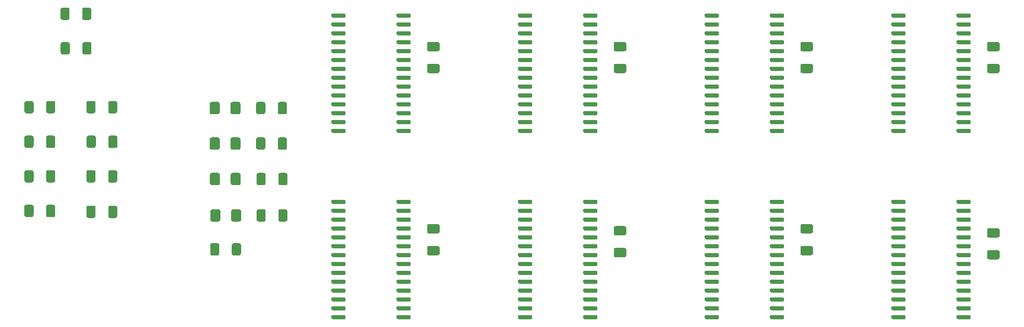
<source format=gbr>
%TF.GenerationSoftware,KiCad,Pcbnew,(5.1.9)-1*%
%TF.CreationDate,2021-05-09T20:57:10+02:00*%
%TF.ProjectId,opena3xx-hardware-controller-board,6f70656e-6133-4787-982d-686172647761,rev?*%
%TF.SameCoordinates,Original*%
%TF.FileFunction,Paste,Top*%
%TF.FilePolarity,Positive*%
%FSLAX46Y46*%
G04 Gerber Fmt 4.6, Leading zero omitted, Abs format (unit mm)*
G04 Created by KiCad (PCBNEW (5.1.9)-1) date 2021-05-09 20:57:10*
%MOMM*%
%LPD*%
G01*
G04 APERTURE LIST*
G04 APERTURE END LIST*
%TO.C,R15*%
G36*
G01*
X98215000Y-114755000D02*
X98215000Y-113505000D01*
G75*
G02*
X98465000Y-113255000I250000J0D01*
G01*
X99265000Y-113255000D01*
G75*
G02*
X99515000Y-113505000I0J-250000D01*
G01*
X99515000Y-114755000D01*
G75*
G02*
X99265000Y-115005000I-250000J0D01*
G01*
X98465000Y-115005000D01*
G75*
G02*
X98215000Y-114755000I0J250000D01*
G01*
G37*
G36*
G01*
X95115000Y-114755000D02*
X95115000Y-113505000D01*
G75*
G02*
X95365000Y-113255000I250000J0D01*
G01*
X96165000Y-113255000D01*
G75*
G02*
X96415000Y-113505000I0J-250000D01*
G01*
X96415000Y-114755000D01*
G75*
G02*
X96165000Y-115005000I-250000J0D01*
G01*
X95365000Y-115005000D01*
G75*
G02*
X95115000Y-114755000I0J250000D01*
G01*
G37*
%TD*%
%TO.C,U8*%
G36*
G01*
X194495000Y-123675000D02*
X194495000Y-123975000D01*
G75*
G02*
X194345000Y-124125000I-150000J0D01*
G01*
X192595000Y-124125000D01*
G75*
G02*
X192445000Y-123975000I0J150000D01*
G01*
X192445000Y-123675000D01*
G75*
G02*
X192595000Y-123525000I150000J0D01*
G01*
X194345000Y-123525000D01*
G75*
G02*
X194495000Y-123675000I0J-150000D01*
G01*
G37*
G36*
G01*
X194495000Y-122405000D02*
X194495000Y-122705000D01*
G75*
G02*
X194345000Y-122855000I-150000J0D01*
G01*
X192595000Y-122855000D01*
G75*
G02*
X192445000Y-122705000I0J150000D01*
G01*
X192445000Y-122405000D01*
G75*
G02*
X192595000Y-122255000I150000J0D01*
G01*
X194345000Y-122255000D01*
G75*
G02*
X194495000Y-122405000I0J-150000D01*
G01*
G37*
G36*
G01*
X194495000Y-121135000D02*
X194495000Y-121435000D01*
G75*
G02*
X194345000Y-121585000I-150000J0D01*
G01*
X192595000Y-121585000D01*
G75*
G02*
X192445000Y-121435000I0J150000D01*
G01*
X192445000Y-121135000D01*
G75*
G02*
X192595000Y-120985000I150000J0D01*
G01*
X194345000Y-120985000D01*
G75*
G02*
X194495000Y-121135000I0J-150000D01*
G01*
G37*
G36*
G01*
X194495000Y-119865000D02*
X194495000Y-120165000D01*
G75*
G02*
X194345000Y-120315000I-150000J0D01*
G01*
X192595000Y-120315000D01*
G75*
G02*
X192445000Y-120165000I0J150000D01*
G01*
X192445000Y-119865000D01*
G75*
G02*
X192595000Y-119715000I150000J0D01*
G01*
X194345000Y-119715000D01*
G75*
G02*
X194495000Y-119865000I0J-150000D01*
G01*
G37*
G36*
G01*
X194495000Y-118595000D02*
X194495000Y-118895000D01*
G75*
G02*
X194345000Y-119045000I-150000J0D01*
G01*
X192595000Y-119045000D01*
G75*
G02*
X192445000Y-118895000I0J150000D01*
G01*
X192445000Y-118595000D01*
G75*
G02*
X192595000Y-118445000I150000J0D01*
G01*
X194345000Y-118445000D01*
G75*
G02*
X194495000Y-118595000I0J-150000D01*
G01*
G37*
G36*
G01*
X194495000Y-117325000D02*
X194495000Y-117625000D01*
G75*
G02*
X194345000Y-117775000I-150000J0D01*
G01*
X192595000Y-117775000D01*
G75*
G02*
X192445000Y-117625000I0J150000D01*
G01*
X192445000Y-117325000D01*
G75*
G02*
X192595000Y-117175000I150000J0D01*
G01*
X194345000Y-117175000D01*
G75*
G02*
X194495000Y-117325000I0J-150000D01*
G01*
G37*
G36*
G01*
X194495000Y-116055000D02*
X194495000Y-116355000D01*
G75*
G02*
X194345000Y-116505000I-150000J0D01*
G01*
X192595000Y-116505000D01*
G75*
G02*
X192445000Y-116355000I0J150000D01*
G01*
X192445000Y-116055000D01*
G75*
G02*
X192595000Y-115905000I150000J0D01*
G01*
X194345000Y-115905000D01*
G75*
G02*
X194495000Y-116055000I0J-150000D01*
G01*
G37*
G36*
G01*
X194495000Y-114785000D02*
X194495000Y-115085000D01*
G75*
G02*
X194345000Y-115235000I-150000J0D01*
G01*
X192595000Y-115235000D01*
G75*
G02*
X192445000Y-115085000I0J150000D01*
G01*
X192445000Y-114785000D01*
G75*
G02*
X192595000Y-114635000I150000J0D01*
G01*
X194345000Y-114635000D01*
G75*
G02*
X194495000Y-114785000I0J-150000D01*
G01*
G37*
G36*
G01*
X194495000Y-113515000D02*
X194495000Y-113815000D01*
G75*
G02*
X194345000Y-113965000I-150000J0D01*
G01*
X192595000Y-113965000D01*
G75*
G02*
X192445000Y-113815000I0J150000D01*
G01*
X192445000Y-113515000D01*
G75*
G02*
X192595000Y-113365000I150000J0D01*
G01*
X194345000Y-113365000D01*
G75*
G02*
X194495000Y-113515000I0J-150000D01*
G01*
G37*
G36*
G01*
X194495000Y-112245000D02*
X194495000Y-112545000D01*
G75*
G02*
X194345000Y-112695000I-150000J0D01*
G01*
X192595000Y-112695000D01*
G75*
G02*
X192445000Y-112545000I0J150000D01*
G01*
X192445000Y-112245000D01*
G75*
G02*
X192595000Y-112095000I150000J0D01*
G01*
X194345000Y-112095000D01*
G75*
G02*
X194495000Y-112245000I0J-150000D01*
G01*
G37*
G36*
G01*
X194495000Y-110975000D02*
X194495000Y-111275000D01*
G75*
G02*
X194345000Y-111425000I-150000J0D01*
G01*
X192595000Y-111425000D01*
G75*
G02*
X192445000Y-111275000I0J150000D01*
G01*
X192445000Y-110975000D01*
G75*
G02*
X192595000Y-110825000I150000J0D01*
G01*
X194345000Y-110825000D01*
G75*
G02*
X194495000Y-110975000I0J-150000D01*
G01*
G37*
G36*
G01*
X194495000Y-109705000D02*
X194495000Y-110005000D01*
G75*
G02*
X194345000Y-110155000I-150000J0D01*
G01*
X192595000Y-110155000D01*
G75*
G02*
X192445000Y-110005000I0J150000D01*
G01*
X192445000Y-109705000D01*
G75*
G02*
X192595000Y-109555000I150000J0D01*
G01*
X194345000Y-109555000D01*
G75*
G02*
X194495000Y-109705000I0J-150000D01*
G01*
G37*
G36*
G01*
X194495000Y-108435000D02*
X194495000Y-108735000D01*
G75*
G02*
X194345000Y-108885000I-150000J0D01*
G01*
X192595000Y-108885000D01*
G75*
G02*
X192445000Y-108735000I0J150000D01*
G01*
X192445000Y-108435000D01*
G75*
G02*
X192595000Y-108285000I150000J0D01*
G01*
X194345000Y-108285000D01*
G75*
G02*
X194495000Y-108435000I0J-150000D01*
G01*
G37*
G36*
G01*
X194495000Y-107165000D02*
X194495000Y-107465000D01*
G75*
G02*
X194345000Y-107615000I-150000J0D01*
G01*
X192595000Y-107615000D01*
G75*
G02*
X192445000Y-107465000I0J150000D01*
G01*
X192445000Y-107165000D01*
G75*
G02*
X192595000Y-107015000I150000J0D01*
G01*
X194345000Y-107015000D01*
G75*
G02*
X194495000Y-107165000I0J-150000D01*
G01*
G37*
G36*
G01*
X203795000Y-107165000D02*
X203795000Y-107465000D01*
G75*
G02*
X203645000Y-107615000I-150000J0D01*
G01*
X201895000Y-107615000D01*
G75*
G02*
X201745000Y-107465000I0J150000D01*
G01*
X201745000Y-107165000D01*
G75*
G02*
X201895000Y-107015000I150000J0D01*
G01*
X203645000Y-107015000D01*
G75*
G02*
X203795000Y-107165000I0J-150000D01*
G01*
G37*
G36*
G01*
X203795000Y-108435000D02*
X203795000Y-108735000D01*
G75*
G02*
X203645000Y-108885000I-150000J0D01*
G01*
X201895000Y-108885000D01*
G75*
G02*
X201745000Y-108735000I0J150000D01*
G01*
X201745000Y-108435000D01*
G75*
G02*
X201895000Y-108285000I150000J0D01*
G01*
X203645000Y-108285000D01*
G75*
G02*
X203795000Y-108435000I0J-150000D01*
G01*
G37*
G36*
G01*
X203795000Y-109705000D02*
X203795000Y-110005000D01*
G75*
G02*
X203645000Y-110155000I-150000J0D01*
G01*
X201895000Y-110155000D01*
G75*
G02*
X201745000Y-110005000I0J150000D01*
G01*
X201745000Y-109705000D01*
G75*
G02*
X201895000Y-109555000I150000J0D01*
G01*
X203645000Y-109555000D01*
G75*
G02*
X203795000Y-109705000I0J-150000D01*
G01*
G37*
G36*
G01*
X203795000Y-110975000D02*
X203795000Y-111275000D01*
G75*
G02*
X203645000Y-111425000I-150000J0D01*
G01*
X201895000Y-111425000D01*
G75*
G02*
X201745000Y-111275000I0J150000D01*
G01*
X201745000Y-110975000D01*
G75*
G02*
X201895000Y-110825000I150000J0D01*
G01*
X203645000Y-110825000D01*
G75*
G02*
X203795000Y-110975000I0J-150000D01*
G01*
G37*
G36*
G01*
X203795000Y-112245000D02*
X203795000Y-112545000D01*
G75*
G02*
X203645000Y-112695000I-150000J0D01*
G01*
X201895000Y-112695000D01*
G75*
G02*
X201745000Y-112545000I0J150000D01*
G01*
X201745000Y-112245000D01*
G75*
G02*
X201895000Y-112095000I150000J0D01*
G01*
X203645000Y-112095000D01*
G75*
G02*
X203795000Y-112245000I0J-150000D01*
G01*
G37*
G36*
G01*
X203795000Y-113515000D02*
X203795000Y-113815000D01*
G75*
G02*
X203645000Y-113965000I-150000J0D01*
G01*
X201895000Y-113965000D01*
G75*
G02*
X201745000Y-113815000I0J150000D01*
G01*
X201745000Y-113515000D01*
G75*
G02*
X201895000Y-113365000I150000J0D01*
G01*
X203645000Y-113365000D01*
G75*
G02*
X203795000Y-113515000I0J-150000D01*
G01*
G37*
G36*
G01*
X203795000Y-114785000D02*
X203795000Y-115085000D01*
G75*
G02*
X203645000Y-115235000I-150000J0D01*
G01*
X201895000Y-115235000D01*
G75*
G02*
X201745000Y-115085000I0J150000D01*
G01*
X201745000Y-114785000D01*
G75*
G02*
X201895000Y-114635000I150000J0D01*
G01*
X203645000Y-114635000D01*
G75*
G02*
X203795000Y-114785000I0J-150000D01*
G01*
G37*
G36*
G01*
X203795000Y-116055000D02*
X203795000Y-116355000D01*
G75*
G02*
X203645000Y-116505000I-150000J0D01*
G01*
X201895000Y-116505000D01*
G75*
G02*
X201745000Y-116355000I0J150000D01*
G01*
X201745000Y-116055000D01*
G75*
G02*
X201895000Y-115905000I150000J0D01*
G01*
X203645000Y-115905000D01*
G75*
G02*
X203795000Y-116055000I0J-150000D01*
G01*
G37*
G36*
G01*
X203795000Y-117325000D02*
X203795000Y-117625000D01*
G75*
G02*
X203645000Y-117775000I-150000J0D01*
G01*
X201895000Y-117775000D01*
G75*
G02*
X201745000Y-117625000I0J150000D01*
G01*
X201745000Y-117325000D01*
G75*
G02*
X201895000Y-117175000I150000J0D01*
G01*
X203645000Y-117175000D01*
G75*
G02*
X203795000Y-117325000I0J-150000D01*
G01*
G37*
G36*
G01*
X203795000Y-118595000D02*
X203795000Y-118895000D01*
G75*
G02*
X203645000Y-119045000I-150000J0D01*
G01*
X201895000Y-119045000D01*
G75*
G02*
X201745000Y-118895000I0J150000D01*
G01*
X201745000Y-118595000D01*
G75*
G02*
X201895000Y-118445000I150000J0D01*
G01*
X203645000Y-118445000D01*
G75*
G02*
X203795000Y-118595000I0J-150000D01*
G01*
G37*
G36*
G01*
X203795000Y-119865000D02*
X203795000Y-120165000D01*
G75*
G02*
X203645000Y-120315000I-150000J0D01*
G01*
X201895000Y-120315000D01*
G75*
G02*
X201745000Y-120165000I0J150000D01*
G01*
X201745000Y-119865000D01*
G75*
G02*
X201895000Y-119715000I150000J0D01*
G01*
X203645000Y-119715000D01*
G75*
G02*
X203795000Y-119865000I0J-150000D01*
G01*
G37*
G36*
G01*
X203795000Y-121135000D02*
X203795000Y-121435000D01*
G75*
G02*
X203645000Y-121585000I-150000J0D01*
G01*
X201895000Y-121585000D01*
G75*
G02*
X201745000Y-121435000I0J150000D01*
G01*
X201745000Y-121135000D01*
G75*
G02*
X201895000Y-120985000I150000J0D01*
G01*
X203645000Y-120985000D01*
G75*
G02*
X203795000Y-121135000I0J-150000D01*
G01*
G37*
G36*
G01*
X203795000Y-122405000D02*
X203795000Y-122705000D01*
G75*
G02*
X203645000Y-122855000I-150000J0D01*
G01*
X201895000Y-122855000D01*
G75*
G02*
X201745000Y-122705000I0J150000D01*
G01*
X201745000Y-122405000D01*
G75*
G02*
X201895000Y-122255000I150000J0D01*
G01*
X203645000Y-122255000D01*
G75*
G02*
X203795000Y-122405000I0J-150000D01*
G01*
G37*
G36*
G01*
X203795000Y-123675000D02*
X203795000Y-123975000D01*
G75*
G02*
X203645000Y-124125000I-150000J0D01*
G01*
X201895000Y-124125000D01*
G75*
G02*
X201745000Y-123975000I0J150000D01*
G01*
X201745000Y-123675000D01*
G75*
G02*
X201895000Y-123525000I150000J0D01*
G01*
X203645000Y-123525000D01*
G75*
G02*
X203795000Y-123675000I0J-150000D01*
G01*
G37*
%TD*%
%TO.C,U7*%
G36*
G01*
X167825000Y-123675000D02*
X167825000Y-123975000D01*
G75*
G02*
X167675000Y-124125000I-150000J0D01*
G01*
X165925000Y-124125000D01*
G75*
G02*
X165775000Y-123975000I0J150000D01*
G01*
X165775000Y-123675000D01*
G75*
G02*
X165925000Y-123525000I150000J0D01*
G01*
X167675000Y-123525000D01*
G75*
G02*
X167825000Y-123675000I0J-150000D01*
G01*
G37*
G36*
G01*
X167825000Y-122405000D02*
X167825000Y-122705000D01*
G75*
G02*
X167675000Y-122855000I-150000J0D01*
G01*
X165925000Y-122855000D01*
G75*
G02*
X165775000Y-122705000I0J150000D01*
G01*
X165775000Y-122405000D01*
G75*
G02*
X165925000Y-122255000I150000J0D01*
G01*
X167675000Y-122255000D01*
G75*
G02*
X167825000Y-122405000I0J-150000D01*
G01*
G37*
G36*
G01*
X167825000Y-121135000D02*
X167825000Y-121435000D01*
G75*
G02*
X167675000Y-121585000I-150000J0D01*
G01*
X165925000Y-121585000D01*
G75*
G02*
X165775000Y-121435000I0J150000D01*
G01*
X165775000Y-121135000D01*
G75*
G02*
X165925000Y-120985000I150000J0D01*
G01*
X167675000Y-120985000D01*
G75*
G02*
X167825000Y-121135000I0J-150000D01*
G01*
G37*
G36*
G01*
X167825000Y-119865000D02*
X167825000Y-120165000D01*
G75*
G02*
X167675000Y-120315000I-150000J0D01*
G01*
X165925000Y-120315000D01*
G75*
G02*
X165775000Y-120165000I0J150000D01*
G01*
X165775000Y-119865000D01*
G75*
G02*
X165925000Y-119715000I150000J0D01*
G01*
X167675000Y-119715000D01*
G75*
G02*
X167825000Y-119865000I0J-150000D01*
G01*
G37*
G36*
G01*
X167825000Y-118595000D02*
X167825000Y-118895000D01*
G75*
G02*
X167675000Y-119045000I-150000J0D01*
G01*
X165925000Y-119045000D01*
G75*
G02*
X165775000Y-118895000I0J150000D01*
G01*
X165775000Y-118595000D01*
G75*
G02*
X165925000Y-118445000I150000J0D01*
G01*
X167675000Y-118445000D01*
G75*
G02*
X167825000Y-118595000I0J-150000D01*
G01*
G37*
G36*
G01*
X167825000Y-117325000D02*
X167825000Y-117625000D01*
G75*
G02*
X167675000Y-117775000I-150000J0D01*
G01*
X165925000Y-117775000D01*
G75*
G02*
X165775000Y-117625000I0J150000D01*
G01*
X165775000Y-117325000D01*
G75*
G02*
X165925000Y-117175000I150000J0D01*
G01*
X167675000Y-117175000D01*
G75*
G02*
X167825000Y-117325000I0J-150000D01*
G01*
G37*
G36*
G01*
X167825000Y-116055000D02*
X167825000Y-116355000D01*
G75*
G02*
X167675000Y-116505000I-150000J0D01*
G01*
X165925000Y-116505000D01*
G75*
G02*
X165775000Y-116355000I0J150000D01*
G01*
X165775000Y-116055000D01*
G75*
G02*
X165925000Y-115905000I150000J0D01*
G01*
X167675000Y-115905000D01*
G75*
G02*
X167825000Y-116055000I0J-150000D01*
G01*
G37*
G36*
G01*
X167825000Y-114785000D02*
X167825000Y-115085000D01*
G75*
G02*
X167675000Y-115235000I-150000J0D01*
G01*
X165925000Y-115235000D01*
G75*
G02*
X165775000Y-115085000I0J150000D01*
G01*
X165775000Y-114785000D01*
G75*
G02*
X165925000Y-114635000I150000J0D01*
G01*
X167675000Y-114635000D01*
G75*
G02*
X167825000Y-114785000I0J-150000D01*
G01*
G37*
G36*
G01*
X167825000Y-113515000D02*
X167825000Y-113815000D01*
G75*
G02*
X167675000Y-113965000I-150000J0D01*
G01*
X165925000Y-113965000D01*
G75*
G02*
X165775000Y-113815000I0J150000D01*
G01*
X165775000Y-113515000D01*
G75*
G02*
X165925000Y-113365000I150000J0D01*
G01*
X167675000Y-113365000D01*
G75*
G02*
X167825000Y-113515000I0J-150000D01*
G01*
G37*
G36*
G01*
X167825000Y-112245000D02*
X167825000Y-112545000D01*
G75*
G02*
X167675000Y-112695000I-150000J0D01*
G01*
X165925000Y-112695000D01*
G75*
G02*
X165775000Y-112545000I0J150000D01*
G01*
X165775000Y-112245000D01*
G75*
G02*
X165925000Y-112095000I150000J0D01*
G01*
X167675000Y-112095000D01*
G75*
G02*
X167825000Y-112245000I0J-150000D01*
G01*
G37*
G36*
G01*
X167825000Y-110975000D02*
X167825000Y-111275000D01*
G75*
G02*
X167675000Y-111425000I-150000J0D01*
G01*
X165925000Y-111425000D01*
G75*
G02*
X165775000Y-111275000I0J150000D01*
G01*
X165775000Y-110975000D01*
G75*
G02*
X165925000Y-110825000I150000J0D01*
G01*
X167675000Y-110825000D01*
G75*
G02*
X167825000Y-110975000I0J-150000D01*
G01*
G37*
G36*
G01*
X167825000Y-109705000D02*
X167825000Y-110005000D01*
G75*
G02*
X167675000Y-110155000I-150000J0D01*
G01*
X165925000Y-110155000D01*
G75*
G02*
X165775000Y-110005000I0J150000D01*
G01*
X165775000Y-109705000D01*
G75*
G02*
X165925000Y-109555000I150000J0D01*
G01*
X167675000Y-109555000D01*
G75*
G02*
X167825000Y-109705000I0J-150000D01*
G01*
G37*
G36*
G01*
X167825000Y-108435000D02*
X167825000Y-108735000D01*
G75*
G02*
X167675000Y-108885000I-150000J0D01*
G01*
X165925000Y-108885000D01*
G75*
G02*
X165775000Y-108735000I0J150000D01*
G01*
X165775000Y-108435000D01*
G75*
G02*
X165925000Y-108285000I150000J0D01*
G01*
X167675000Y-108285000D01*
G75*
G02*
X167825000Y-108435000I0J-150000D01*
G01*
G37*
G36*
G01*
X167825000Y-107165000D02*
X167825000Y-107465000D01*
G75*
G02*
X167675000Y-107615000I-150000J0D01*
G01*
X165925000Y-107615000D01*
G75*
G02*
X165775000Y-107465000I0J150000D01*
G01*
X165775000Y-107165000D01*
G75*
G02*
X165925000Y-107015000I150000J0D01*
G01*
X167675000Y-107015000D01*
G75*
G02*
X167825000Y-107165000I0J-150000D01*
G01*
G37*
G36*
G01*
X177125000Y-107165000D02*
X177125000Y-107465000D01*
G75*
G02*
X176975000Y-107615000I-150000J0D01*
G01*
X175225000Y-107615000D01*
G75*
G02*
X175075000Y-107465000I0J150000D01*
G01*
X175075000Y-107165000D01*
G75*
G02*
X175225000Y-107015000I150000J0D01*
G01*
X176975000Y-107015000D01*
G75*
G02*
X177125000Y-107165000I0J-150000D01*
G01*
G37*
G36*
G01*
X177125000Y-108435000D02*
X177125000Y-108735000D01*
G75*
G02*
X176975000Y-108885000I-150000J0D01*
G01*
X175225000Y-108885000D01*
G75*
G02*
X175075000Y-108735000I0J150000D01*
G01*
X175075000Y-108435000D01*
G75*
G02*
X175225000Y-108285000I150000J0D01*
G01*
X176975000Y-108285000D01*
G75*
G02*
X177125000Y-108435000I0J-150000D01*
G01*
G37*
G36*
G01*
X177125000Y-109705000D02*
X177125000Y-110005000D01*
G75*
G02*
X176975000Y-110155000I-150000J0D01*
G01*
X175225000Y-110155000D01*
G75*
G02*
X175075000Y-110005000I0J150000D01*
G01*
X175075000Y-109705000D01*
G75*
G02*
X175225000Y-109555000I150000J0D01*
G01*
X176975000Y-109555000D01*
G75*
G02*
X177125000Y-109705000I0J-150000D01*
G01*
G37*
G36*
G01*
X177125000Y-110975000D02*
X177125000Y-111275000D01*
G75*
G02*
X176975000Y-111425000I-150000J0D01*
G01*
X175225000Y-111425000D01*
G75*
G02*
X175075000Y-111275000I0J150000D01*
G01*
X175075000Y-110975000D01*
G75*
G02*
X175225000Y-110825000I150000J0D01*
G01*
X176975000Y-110825000D01*
G75*
G02*
X177125000Y-110975000I0J-150000D01*
G01*
G37*
G36*
G01*
X177125000Y-112245000D02*
X177125000Y-112545000D01*
G75*
G02*
X176975000Y-112695000I-150000J0D01*
G01*
X175225000Y-112695000D01*
G75*
G02*
X175075000Y-112545000I0J150000D01*
G01*
X175075000Y-112245000D01*
G75*
G02*
X175225000Y-112095000I150000J0D01*
G01*
X176975000Y-112095000D01*
G75*
G02*
X177125000Y-112245000I0J-150000D01*
G01*
G37*
G36*
G01*
X177125000Y-113515000D02*
X177125000Y-113815000D01*
G75*
G02*
X176975000Y-113965000I-150000J0D01*
G01*
X175225000Y-113965000D01*
G75*
G02*
X175075000Y-113815000I0J150000D01*
G01*
X175075000Y-113515000D01*
G75*
G02*
X175225000Y-113365000I150000J0D01*
G01*
X176975000Y-113365000D01*
G75*
G02*
X177125000Y-113515000I0J-150000D01*
G01*
G37*
G36*
G01*
X177125000Y-114785000D02*
X177125000Y-115085000D01*
G75*
G02*
X176975000Y-115235000I-150000J0D01*
G01*
X175225000Y-115235000D01*
G75*
G02*
X175075000Y-115085000I0J150000D01*
G01*
X175075000Y-114785000D01*
G75*
G02*
X175225000Y-114635000I150000J0D01*
G01*
X176975000Y-114635000D01*
G75*
G02*
X177125000Y-114785000I0J-150000D01*
G01*
G37*
G36*
G01*
X177125000Y-116055000D02*
X177125000Y-116355000D01*
G75*
G02*
X176975000Y-116505000I-150000J0D01*
G01*
X175225000Y-116505000D01*
G75*
G02*
X175075000Y-116355000I0J150000D01*
G01*
X175075000Y-116055000D01*
G75*
G02*
X175225000Y-115905000I150000J0D01*
G01*
X176975000Y-115905000D01*
G75*
G02*
X177125000Y-116055000I0J-150000D01*
G01*
G37*
G36*
G01*
X177125000Y-117325000D02*
X177125000Y-117625000D01*
G75*
G02*
X176975000Y-117775000I-150000J0D01*
G01*
X175225000Y-117775000D01*
G75*
G02*
X175075000Y-117625000I0J150000D01*
G01*
X175075000Y-117325000D01*
G75*
G02*
X175225000Y-117175000I150000J0D01*
G01*
X176975000Y-117175000D01*
G75*
G02*
X177125000Y-117325000I0J-150000D01*
G01*
G37*
G36*
G01*
X177125000Y-118595000D02*
X177125000Y-118895000D01*
G75*
G02*
X176975000Y-119045000I-150000J0D01*
G01*
X175225000Y-119045000D01*
G75*
G02*
X175075000Y-118895000I0J150000D01*
G01*
X175075000Y-118595000D01*
G75*
G02*
X175225000Y-118445000I150000J0D01*
G01*
X176975000Y-118445000D01*
G75*
G02*
X177125000Y-118595000I0J-150000D01*
G01*
G37*
G36*
G01*
X177125000Y-119865000D02*
X177125000Y-120165000D01*
G75*
G02*
X176975000Y-120315000I-150000J0D01*
G01*
X175225000Y-120315000D01*
G75*
G02*
X175075000Y-120165000I0J150000D01*
G01*
X175075000Y-119865000D01*
G75*
G02*
X175225000Y-119715000I150000J0D01*
G01*
X176975000Y-119715000D01*
G75*
G02*
X177125000Y-119865000I0J-150000D01*
G01*
G37*
G36*
G01*
X177125000Y-121135000D02*
X177125000Y-121435000D01*
G75*
G02*
X176975000Y-121585000I-150000J0D01*
G01*
X175225000Y-121585000D01*
G75*
G02*
X175075000Y-121435000I0J150000D01*
G01*
X175075000Y-121135000D01*
G75*
G02*
X175225000Y-120985000I150000J0D01*
G01*
X176975000Y-120985000D01*
G75*
G02*
X177125000Y-121135000I0J-150000D01*
G01*
G37*
G36*
G01*
X177125000Y-122405000D02*
X177125000Y-122705000D01*
G75*
G02*
X176975000Y-122855000I-150000J0D01*
G01*
X175225000Y-122855000D01*
G75*
G02*
X175075000Y-122705000I0J150000D01*
G01*
X175075000Y-122405000D01*
G75*
G02*
X175225000Y-122255000I150000J0D01*
G01*
X176975000Y-122255000D01*
G75*
G02*
X177125000Y-122405000I0J-150000D01*
G01*
G37*
G36*
G01*
X177125000Y-123675000D02*
X177125000Y-123975000D01*
G75*
G02*
X176975000Y-124125000I-150000J0D01*
G01*
X175225000Y-124125000D01*
G75*
G02*
X175075000Y-123975000I0J150000D01*
G01*
X175075000Y-123675000D01*
G75*
G02*
X175225000Y-123525000I150000J0D01*
G01*
X176975000Y-123525000D01*
G75*
G02*
X177125000Y-123675000I0J-150000D01*
G01*
G37*
%TD*%
%TO.C,U6*%
G36*
G01*
X141155000Y-123675000D02*
X141155000Y-123975000D01*
G75*
G02*
X141005000Y-124125000I-150000J0D01*
G01*
X139255000Y-124125000D01*
G75*
G02*
X139105000Y-123975000I0J150000D01*
G01*
X139105000Y-123675000D01*
G75*
G02*
X139255000Y-123525000I150000J0D01*
G01*
X141005000Y-123525000D01*
G75*
G02*
X141155000Y-123675000I0J-150000D01*
G01*
G37*
G36*
G01*
X141155000Y-122405000D02*
X141155000Y-122705000D01*
G75*
G02*
X141005000Y-122855000I-150000J0D01*
G01*
X139255000Y-122855000D01*
G75*
G02*
X139105000Y-122705000I0J150000D01*
G01*
X139105000Y-122405000D01*
G75*
G02*
X139255000Y-122255000I150000J0D01*
G01*
X141005000Y-122255000D01*
G75*
G02*
X141155000Y-122405000I0J-150000D01*
G01*
G37*
G36*
G01*
X141155000Y-121135000D02*
X141155000Y-121435000D01*
G75*
G02*
X141005000Y-121585000I-150000J0D01*
G01*
X139255000Y-121585000D01*
G75*
G02*
X139105000Y-121435000I0J150000D01*
G01*
X139105000Y-121135000D01*
G75*
G02*
X139255000Y-120985000I150000J0D01*
G01*
X141005000Y-120985000D01*
G75*
G02*
X141155000Y-121135000I0J-150000D01*
G01*
G37*
G36*
G01*
X141155000Y-119865000D02*
X141155000Y-120165000D01*
G75*
G02*
X141005000Y-120315000I-150000J0D01*
G01*
X139255000Y-120315000D01*
G75*
G02*
X139105000Y-120165000I0J150000D01*
G01*
X139105000Y-119865000D01*
G75*
G02*
X139255000Y-119715000I150000J0D01*
G01*
X141005000Y-119715000D01*
G75*
G02*
X141155000Y-119865000I0J-150000D01*
G01*
G37*
G36*
G01*
X141155000Y-118595000D02*
X141155000Y-118895000D01*
G75*
G02*
X141005000Y-119045000I-150000J0D01*
G01*
X139255000Y-119045000D01*
G75*
G02*
X139105000Y-118895000I0J150000D01*
G01*
X139105000Y-118595000D01*
G75*
G02*
X139255000Y-118445000I150000J0D01*
G01*
X141005000Y-118445000D01*
G75*
G02*
X141155000Y-118595000I0J-150000D01*
G01*
G37*
G36*
G01*
X141155000Y-117325000D02*
X141155000Y-117625000D01*
G75*
G02*
X141005000Y-117775000I-150000J0D01*
G01*
X139255000Y-117775000D01*
G75*
G02*
X139105000Y-117625000I0J150000D01*
G01*
X139105000Y-117325000D01*
G75*
G02*
X139255000Y-117175000I150000J0D01*
G01*
X141005000Y-117175000D01*
G75*
G02*
X141155000Y-117325000I0J-150000D01*
G01*
G37*
G36*
G01*
X141155000Y-116055000D02*
X141155000Y-116355000D01*
G75*
G02*
X141005000Y-116505000I-150000J0D01*
G01*
X139255000Y-116505000D01*
G75*
G02*
X139105000Y-116355000I0J150000D01*
G01*
X139105000Y-116055000D01*
G75*
G02*
X139255000Y-115905000I150000J0D01*
G01*
X141005000Y-115905000D01*
G75*
G02*
X141155000Y-116055000I0J-150000D01*
G01*
G37*
G36*
G01*
X141155000Y-114785000D02*
X141155000Y-115085000D01*
G75*
G02*
X141005000Y-115235000I-150000J0D01*
G01*
X139255000Y-115235000D01*
G75*
G02*
X139105000Y-115085000I0J150000D01*
G01*
X139105000Y-114785000D01*
G75*
G02*
X139255000Y-114635000I150000J0D01*
G01*
X141005000Y-114635000D01*
G75*
G02*
X141155000Y-114785000I0J-150000D01*
G01*
G37*
G36*
G01*
X141155000Y-113515000D02*
X141155000Y-113815000D01*
G75*
G02*
X141005000Y-113965000I-150000J0D01*
G01*
X139255000Y-113965000D01*
G75*
G02*
X139105000Y-113815000I0J150000D01*
G01*
X139105000Y-113515000D01*
G75*
G02*
X139255000Y-113365000I150000J0D01*
G01*
X141005000Y-113365000D01*
G75*
G02*
X141155000Y-113515000I0J-150000D01*
G01*
G37*
G36*
G01*
X141155000Y-112245000D02*
X141155000Y-112545000D01*
G75*
G02*
X141005000Y-112695000I-150000J0D01*
G01*
X139255000Y-112695000D01*
G75*
G02*
X139105000Y-112545000I0J150000D01*
G01*
X139105000Y-112245000D01*
G75*
G02*
X139255000Y-112095000I150000J0D01*
G01*
X141005000Y-112095000D01*
G75*
G02*
X141155000Y-112245000I0J-150000D01*
G01*
G37*
G36*
G01*
X141155000Y-110975000D02*
X141155000Y-111275000D01*
G75*
G02*
X141005000Y-111425000I-150000J0D01*
G01*
X139255000Y-111425000D01*
G75*
G02*
X139105000Y-111275000I0J150000D01*
G01*
X139105000Y-110975000D01*
G75*
G02*
X139255000Y-110825000I150000J0D01*
G01*
X141005000Y-110825000D01*
G75*
G02*
X141155000Y-110975000I0J-150000D01*
G01*
G37*
G36*
G01*
X141155000Y-109705000D02*
X141155000Y-110005000D01*
G75*
G02*
X141005000Y-110155000I-150000J0D01*
G01*
X139255000Y-110155000D01*
G75*
G02*
X139105000Y-110005000I0J150000D01*
G01*
X139105000Y-109705000D01*
G75*
G02*
X139255000Y-109555000I150000J0D01*
G01*
X141005000Y-109555000D01*
G75*
G02*
X141155000Y-109705000I0J-150000D01*
G01*
G37*
G36*
G01*
X141155000Y-108435000D02*
X141155000Y-108735000D01*
G75*
G02*
X141005000Y-108885000I-150000J0D01*
G01*
X139255000Y-108885000D01*
G75*
G02*
X139105000Y-108735000I0J150000D01*
G01*
X139105000Y-108435000D01*
G75*
G02*
X139255000Y-108285000I150000J0D01*
G01*
X141005000Y-108285000D01*
G75*
G02*
X141155000Y-108435000I0J-150000D01*
G01*
G37*
G36*
G01*
X141155000Y-107165000D02*
X141155000Y-107465000D01*
G75*
G02*
X141005000Y-107615000I-150000J0D01*
G01*
X139255000Y-107615000D01*
G75*
G02*
X139105000Y-107465000I0J150000D01*
G01*
X139105000Y-107165000D01*
G75*
G02*
X139255000Y-107015000I150000J0D01*
G01*
X141005000Y-107015000D01*
G75*
G02*
X141155000Y-107165000I0J-150000D01*
G01*
G37*
G36*
G01*
X150455000Y-107165000D02*
X150455000Y-107465000D01*
G75*
G02*
X150305000Y-107615000I-150000J0D01*
G01*
X148555000Y-107615000D01*
G75*
G02*
X148405000Y-107465000I0J150000D01*
G01*
X148405000Y-107165000D01*
G75*
G02*
X148555000Y-107015000I150000J0D01*
G01*
X150305000Y-107015000D01*
G75*
G02*
X150455000Y-107165000I0J-150000D01*
G01*
G37*
G36*
G01*
X150455000Y-108435000D02*
X150455000Y-108735000D01*
G75*
G02*
X150305000Y-108885000I-150000J0D01*
G01*
X148555000Y-108885000D01*
G75*
G02*
X148405000Y-108735000I0J150000D01*
G01*
X148405000Y-108435000D01*
G75*
G02*
X148555000Y-108285000I150000J0D01*
G01*
X150305000Y-108285000D01*
G75*
G02*
X150455000Y-108435000I0J-150000D01*
G01*
G37*
G36*
G01*
X150455000Y-109705000D02*
X150455000Y-110005000D01*
G75*
G02*
X150305000Y-110155000I-150000J0D01*
G01*
X148555000Y-110155000D01*
G75*
G02*
X148405000Y-110005000I0J150000D01*
G01*
X148405000Y-109705000D01*
G75*
G02*
X148555000Y-109555000I150000J0D01*
G01*
X150305000Y-109555000D01*
G75*
G02*
X150455000Y-109705000I0J-150000D01*
G01*
G37*
G36*
G01*
X150455000Y-110975000D02*
X150455000Y-111275000D01*
G75*
G02*
X150305000Y-111425000I-150000J0D01*
G01*
X148555000Y-111425000D01*
G75*
G02*
X148405000Y-111275000I0J150000D01*
G01*
X148405000Y-110975000D01*
G75*
G02*
X148555000Y-110825000I150000J0D01*
G01*
X150305000Y-110825000D01*
G75*
G02*
X150455000Y-110975000I0J-150000D01*
G01*
G37*
G36*
G01*
X150455000Y-112245000D02*
X150455000Y-112545000D01*
G75*
G02*
X150305000Y-112695000I-150000J0D01*
G01*
X148555000Y-112695000D01*
G75*
G02*
X148405000Y-112545000I0J150000D01*
G01*
X148405000Y-112245000D01*
G75*
G02*
X148555000Y-112095000I150000J0D01*
G01*
X150305000Y-112095000D01*
G75*
G02*
X150455000Y-112245000I0J-150000D01*
G01*
G37*
G36*
G01*
X150455000Y-113515000D02*
X150455000Y-113815000D01*
G75*
G02*
X150305000Y-113965000I-150000J0D01*
G01*
X148555000Y-113965000D01*
G75*
G02*
X148405000Y-113815000I0J150000D01*
G01*
X148405000Y-113515000D01*
G75*
G02*
X148555000Y-113365000I150000J0D01*
G01*
X150305000Y-113365000D01*
G75*
G02*
X150455000Y-113515000I0J-150000D01*
G01*
G37*
G36*
G01*
X150455000Y-114785000D02*
X150455000Y-115085000D01*
G75*
G02*
X150305000Y-115235000I-150000J0D01*
G01*
X148555000Y-115235000D01*
G75*
G02*
X148405000Y-115085000I0J150000D01*
G01*
X148405000Y-114785000D01*
G75*
G02*
X148555000Y-114635000I150000J0D01*
G01*
X150305000Y-114635000D01*
G75*
G02*
X150455000Y-114785000I0J-150000D01*
G01*
G37*
G36*
G01*
X150455000Y-116055000D02*
X150455000Y-116355000D01*
G75*
G02*
X150305000Y-116505000I-150000J0D01*
G01*
X148555000Y-116505000D01*
G75*
G02*
X148405000Y-116355000I0J150000D01*
G01*
X148405000Y-116055000D01*
G75*
G02*
X148555000Y-115905000I150000J0D01*
G01*
X150305000Y-115905000D01*
G75*
G02*
X150455000Y-116055000I0J-150000D01*
G01*
G37*
G36*
G01*
X150455000Y-117325000D02*
X150455000Y-117625000D01*
G75*
G02*
X150305000Y-117775000I-150000J0D01*
G01*
X148555000Y-117775000D01*
G75*
G02*
X148405000Y-117625000I0J150000D01*
G01*
X148405000Y-117325000D01*
G75*
G02*
X148555000Y-117175000I150000J0D01*
G01*
X150305000Y-117175000D01*
G75*
G02*
X150455000Y-117325000I0J-150000D01*
G01*
G37*
G36*
G01*
X150455000Y-118595000D02*
X150455000Y-118895000D01*
G75*
G02*
X150305000Y-119045000I-150000J0D01*
G01*
X148555000Y-119045000D01*
G75*
G02*
X148405000Y-118895000I0J150000D01*
G01*
X148405000Y-118595000D01*
G75*
G02*
X148555000Y-118445000I150000J0D01*
G01*
X150305000Y-118445000D01*
G75*
G02*
X150455000Y-118595000I0J-150000D01*
G01*
G37*
G36*
G01*
X150455000Y-119865000D02*
X150455000Y-120165000D01*
G75*
G02*
X150305000Y-120315000I-150000J0D01*
G01*
X148555000Y-120315000D01*
G75*
G02*
X148405000Y-120165000I0J150000D01*
G01*
X148405000Y-119865000D01*
G75*
G02*
X148555000Y-119715000I150000J0D01*
G01*
X150305000Y-119715000D01*
G75*
G02*
X150455000Y-119865000I0J-150000D01*
G01*
G37*
G36*
G01*
X150455000Y-121135000D02*
X150455000Y-121435000D01*
G75*
G02*
X150305000Y-121585000I-150000J0D01*
G01*
X148555000Y-121585000D01*
G75*
G02*
X148405000Y-121435000I0J150000D01*
G01*
X148405000Y-121135000D01*
G75*
G02*
X148555000Y-120985000I150000J0D01*
G01*
X150305000Y-120985000D01*
G75*
G02*
X150455000Y-121135000I0J-150000D01*
G01*
G37*
G36*
G01*
X150455000Y-122405000D02*
X150455000Y-122705000D01*
G75*
G02*
X150305000Y-122855000I-150000J0D01*
G01*
X148555000Y-122855000D01*
G75*
G02*
X148405000Y-122705000I0J150000D01*
G01*
X148405000Y-122405000D01*
G75*
G02*
X148555000Y-122255000I150000J0D01*
G01*
X150305000Y-122255000D01*
G75*
G02*
X150455000Y-122405000I0J-150000D01*
G01*
G37*
G36*
G01*
X150455000Y-123675000D02*
X150455000Y-123975000D01*
G75*
G02*
X150305000Y-124125000I-150000J0D01*
G01*
X148555000Y-124125000D01*
G75*
G02*
X148405000Y-123975000I0J150000D01*
G01*
X148405000Y-123675000D01*
G75*
G02*
X148555000Y-123525000I150000J0D01*
G01*
X150305000Y-123525000D01*
G75*
G02*
X150455000Y-123675000I0J-150000D01*
G01*
G37*
%TD*%
%TO.C,U5*%
G36*
G01*
X114485000Y-123675000D02*
X114485000Y-123975000D01*
G75*
G02*
X114335000Y-124125000I-150000J0D01*
G01*
X112585000Y-124125000D01*
G75*
G02*
X112435000Y-123975000I0J150000D01*
G01*
X112435000Y-123675000D01*
G75*
G02*
X112585000Y-123525000I150000J0D01*
G01*
X114335000Y-123525000D01*
G75*
G02*
X114485000Y-123675000I0J-150000D01*
G01*
G37*
G36*
G01*
X114485000Y-122405000D02*
X114485000Y-122705000D01*
G75*
G02*
X114335000Y-122855000I-150000J0D01*
G01*
X112585000Y-122855000D01*
G75*
G02*
X112435000Y-122705000I0J150000D01*
G01*
X112435000Y-122405000D01*
G75*
G02*
X112585000Y-122255000I150000J0D01*
G01*
X114335000Y-122255000D01*
G75*
G02*
X114485000Y-122405000I0J-150000D01*
G01*
G37*
G36*
G01*
X114485000Y-121135000D02*
X114485000Y-121435000D01*
G75*
G02*
X114335000Y-121585000I-150000J0D01*
G01*
X112585000Y-121585000D01*
G75*
G02*
X112435000Y-121435000I0J150000D01*
G01*
X112435000Y-121135000D01*
G75*
G02*
X112585000Y-120985000I150000J0D01*
G01*
X114335000Y-120985000D01*
G75*
G02*
X114485000Y-121135000I0J-150000D01*
G01*
G37*
G36*
G01*
X114485000Y-119865000D02*
X114485000Y-120165000D01*
G75*
G02*
X114335000Y-120315000I-150000J0D01*
G01*
X112585000Y-120315000D01*
G75*
G02*
X112435000Y-120165000I0J150000D01*
G01*
X112435000Y-119865000D01*
G75*
G02*
X112585000Y-119715000I150000J0D01*
G01*
X114335000Y-119715000D01*
G75*
G02*
X114485000Y-119865000I0J-150000D01*
G01*
G37*
G36*
G01*
X114485000Y-118595000D02*
X114485000Y-118895000D01*
G75*
G02*
X114335000Y-119045000I-150000J0D01*
G01*
X112585000Y-119045000D01*
G75*
G02*
X112435000Y-118895000I0J150000D01*
G01*
X112435000Y-118595000D01*
G75*
G02*
X112585000Y-118445000I150000J0D01*
G01*
X114335000Y-118445000D01*
G75*
G02*
X114485000Y-118595000I0J-150000D01*
G01*
G37*
G36*
G01*
X114485000Y-117325000D02*
X114485000Y-117625000D01*
G75*
G02*
X114335000Y-117775000I-150000J0D01*
G01*
X112585000Y-117775000D01*
G75*
G02*
X112435000Y-117625000I0J150000D01*
G01*
X112435000Y-117325000D01*
G75*
G02*
X112585000Y-117175000I150000J0D01*
G01*
X114335000Y-117175000D01*
G75*
G02*
X114485000Y-117325000I0J-150000D01*
G01*
G37*
G36*
G01*
X114485000Y-116055000D02*
X114485000Y-116355000D01*
G75*
G02*
X114335000Y-116505000I-150000J0D01*
G01*
X112585000Y-116505000D01*
G75*
G02*
X112435000Y-116355000I0J150000D01*
G01*
X112435000Y-116055000D01*
G75*
G02*
X112585000Y-115905000I150000J0D01*
G01*
X114335000Y-115905000D01*
G75*
G02*
X114485000Y-116055000I0J-150000D01*
G01*
G37*
G36*
G01*
X114485000Y-114785000D02*
X114485000Y-115085000D01*
G75*
G02*
X114335000Y-115235000I-150000J0D01*
G01*
X112585000Y-115235000D01*
G75*
G02*
X112435000Y-115085000I0J150000D01*
G01*
X112435000Y-114785000D01*
G75*
G02*
X112585000Y-114635000I150000J0D01*
G01*
X114335000Y-114635000D01*
G75*
G02*
X114485000Y-114785000I0J-150000D01*
G01*
G37*
G36*
G01*
X114485000Y-113515000D02*
X114485000Y-113815000D01*
G75*
G02*
X114335000Y-113965000I-150000J0D01*
G01*
X112585000Y-113965000D01*
G75*
G02*
X112435000Y-113815000I0J150000D01*
G01*
X112435000Y-113515000D01*
G75*
G02*
X112585000Y-113365000I150000J0D01*
G01*
X114335000Y-113365000D01*
G75*
G02*
X114485000Y-113515000I0J-150000D01*
G01*
G37*
G36*
G01*
X114485000Y-112245000D02*
X114485000Y-112545000D01*
G75*
G02*
X114335000Y-112695000I-150000J0D01*
G01*
X112585000Y-112695000D01*
G75*
G02*
X112435000Y-112545000I0J150000D01*
G01*
X112435000Y-112245000D01*
G75*
G02*
X112585000Y-112095000I150000J0D01*
G01*
X114335000Y-112095000D01*
G75*
G02*
X114485000Y-112245000I0J-150000D01*
G01*
G37*
G36*
G01*
X114485000Y-110975000D02*
X114485000Y-111275000D01*
G75*
G02*
X114335000Y-111425000I-150000J0D01*
G01*
X112585000Y-111425000D01*
G75*
G02*
X112435000Y-111275000I0J150000D01*
G01*
X112435000Y-110975000D01*
G75*
G02*
X112585000Y-110825000I150000J0D01*
G01*
X114335000Y-110825000D01*
G75*
G02*
X114485000Y-110975000I0J-150000D01*
G01*
G37*
G36*
G01*
X114485000Y-109705000D02*
X114485000Y-110005000D01*
G75*
G02*
X114335000Y-110155000I-150000J0D01*
G01*
X112585000Y-110155000D01*
G75*
G02*
X112435000Y-110005000I0J150000D01*
G01*
X112435000Y-109705000D01*
G75*
G02*
X112585000Y-109555000I150000J0D01*
G01*
X114335000Y-109555000D01*
G75*
G02*
X114485000Y-109705000I0J-150000D01*
G01*
G37*
G36*
G01*
X114485000Y-108435000D02*
X114485000Y-108735000D01*
G75*
G02*
X114335000Y-108885000I-150000J0D01*
G01*
X112585000Y-108885000D01*
G75*
G02*
X112435000Y-108735000I0J150000D01*
G01*
X112435000Y-108435000D01*
G75*
G02*
X112585000Y-108285000I150000J0D01*
G01*
X114335000Y-108285000D01*
G75*
G02*
X114485000Y-108435000I0J-150000D01*
G01*
G37*
G36*
G01*
X114485000Y-107165000D02*
X114485000Y-107465000D01*
G75*
G02*
X114335000Y-107615000I-150000J0D01*
G01*
X112585000Y-107615000D01*
G75*
G02*
X112435000Y-107465000I0J150000D01*
G01*
X112435000Y-107165000D01*
G75*
G02*
X112585000Y-107015000I150000J0D01*
G01*
X114335000Y-107015000D01*
G75*
G02*
X114485000Y-107165000I0J-150000D01*
G01*
G37*
G36*
G01*
X123785000Y-107165000D02*
X123785000Y-107465000D01*
G75*
G02*
X123635000Y-107615000I-150000J0D01*
G01*
X121885000Y-107615000D01*
G75*
G02*
X121735000Y-107465000I0J150000D01*
G01*
X121735000Y-107165000D01*
G75*
G02*
X121885000Y-107015000I150000J0D01*
G01*
X123635000Y-107015000D01*
G75*
G02*
X123785000Y-107165000I0J-150000D01*
G01*
G37*
G36*
G01*
X123785000Y-108435000D02*
X123785000Y-108735000D01*
G75*
G02*
X123635000Y-108885000I-150000J0D01*
G01*
X121885000Y-108885000D01*
G75*
G02*
X121735000Y-108735000I0J150000D01*
G01*
X121735000Y-108435000D01*
G75*
G02*
X121885000Y-108285000I150000J0D01*
G01*
X123635000Y-108285000D01*
G75*
G02*
X123785000Y-108435000I0J-150000D01*
G01*
G37*
G36*
G01*
X123785000Y-109705000D02*
X123785000Y-110005000D01*
G75*
G02*
X123635000Y-110155000I-150000J0D01*
G01*
X121885000Y-110155000D01*
G75*
G02*
X121735000Y-110005000I0J150000D01*
G01*
X121735000Y-109705000D01*
G75*
G02*
X121885000Y-109555000I150000J0D01*
G01*
X123635000Y-109555000D01*
G75*
G02*
X123785000Y-109705000I0J-150000D01*
G01*
G37*
G36*
G01*
X123785000Y-110975000D02*
X123785000Y-111275000D01*
G75*
G02*
X123635000Y-111425000I-150000J0D01*
G01*
X121885000Y-111425000D01*
G75*
G02*
X121735000Y-111275000I0J150000D01*
G01*
X121735000Y-110975000D01*
G75*
G02*
X121885000Y-110825000I150000J0D01*
G01*
X123635000Y-110825000D01*
G75*
G02*
X123785000Y-110975000I0J-150000D01*
G01*
G37*
G36*
G01*
X123785000Y-112245000D02*
X123785000Y-112545000D01*
G75*
G02*
X123635000Y-112695000I-150000J0D01*
G01*
X121885000Y-112695000D01*
G75*
G02*
X121735000Y-112545000I0J150000D01*
G01*
X121735000Y-112245000D01*
G75*
G02*
X121885000Y-112095000I150000J0D01*
G01*
X123635000Y-112095000D01*
G75*
G02*
X123785000Y-112245000I0J-150000D01*
G01*
G37*
G36*
G01*
X123785000Y-113515000D02*
X123785000Y-113815000D01*
G75*
G02*
X123635000Y-113965000I-150000J0D01*
G01*
X121885000Y-113965000D01*
G75*
G02*
X121735000Y-113815000I0J150000D01*
G01*
X121735000Y-113515000D01*
G75*
G02*
X121885000Y-113365000I150000J0D01*
G01*
X123635000Y-113365000D01*
G75*
G02*
X123785000Y-113515000I0J-150000D01*
G01*
G37*
G36*
G01*
X123785000Y-114785000D02*
X123785000Y-115085000D01*
G75*
G02*
X123635000Y-115235000I-150000J0D01*
G01*
X121885000Y-115235000D01*
G75*
G02*
X121735000Y-115085000I0J150000D01*
G01*
X121735000Y-114785000D01*
G75*
G02*
X121885000Y-114635000I150000J0D01*
G01*
X123635000Y-114635000D01*
G75*
G02*
X123785000Y-114785000I0J-150000D01*
G01*
G37*
G36*
G01*
X123785000Y-116055000D02*
X123785000Y-116355000D01*
G75*
G02*
X123635000Y-116505000I-150000J0D01*
G01*
X121885000Y-116505000D01*
G75*
G02*
X121735000Y-116355000I0J150000D01*
G01*
X121735000Y-116055000D01*
G75*
G02*
X121885000Y-115905000I150000J0D01*
G01*
X123635000Y-115905000D01*
G75*
G02*
X123785000Y-116055000I0J-150000D01*
G01*
G37*
G36*
G01*
X123785000Y-117325000D02*
X123785000Y-117625000D01*
G75*
G02*
X123635000Y-117775000I-150000J0D01*
G01*
X121885000Y-117775000D01*
G75*
G02*
X121735000Y-117625000I0J150000D01*
G01*
X121735000Y-117325000D01*
G75*
G02*
X121885000Y-117175000I150000J0D01*
G01*
X123635000Y-117175000D01*
G75*
G02*
X123785000Y-117325000I0J-150000D01*
G01*
G37*
G36*
G01*
X123785000Y-118595000D02*
X123785000Y-118895000D01*
G75*
G02*
X123635000Y-119045000I-150000J0D01*
G01*
X121885000Y-119045000D01*
G75*
G02*
X121735000Y-118895000I0J150000D01*
G01*
X121735000Y-118595000D01*
G75*
G02*
X121885000Y-118445000I150000J0D01*
G01*
X123635000Y-118445000D01*
G75*
G02*
X123785000Y-118595000I0J-150000D01*
G01*
G37*
G36*
G01*
X123785000Y-119865000D02*
X123785000Y-120165000D01*
G75*
G02*
X123635000Y-120315000I-150000J0D01*
G01*
X121885000Y-120315000D01*
G75*
G02*
X121735000Y-120165000I0J150000D01*
G01*
X121735000Y-119865000D01*
G75*
G02*
X121885000Y-119715000I150000J0D01*
G01*
X123635000Y-119715000D01*
G75*
G02*
X123785000Y-119865000I0J-150000D01*
G01*
G37*
G36*
G01*
X123785000Y-121135000D02*
X123785000Y-121435000D01*
G75*
G02*
X123635000Y-121585000I-150000J0D01*
G01*
X121885000Y-121585000D01*
G75*
G02*
X121735000Y-121435000I0J150000D01*
G01*
X121735000Y-121135000D01*
G75*
G02*
X121885000Y-120985000I150000J0D01*
G01*
X123635000Y-120985000D01*
G75*
G02*
X123785000Y-121135000I0J-150000D01*
G01*
G37*
G36*
G01*
X123785000Y-122405000D02*
X123785000Y-122705000D01*
G75*
G02*
X123635000Y-122855000I-150000J0D01*
G01*
X121885000Y-122855000D01*
G75*
G02*
X121735000Y-122705000I0J150000D01*
G01*
X121735000Y-122405000D01*
G75*
G02*
X121885000Y-122255000I150000J0D01*
G01*
X123635000Y-122255000D01*
G75*
G02*
X123785000Y-122405000I0J-150000D01*
G01*
G37*
G36*
G01*
X123785000Y-123675000D02*
X123785000Y-123975000D01*
G75*
G02*
X123635000Y-124125000I-150000J0D01*
G01*
X121885000Y-124125000D01*
G75*
G02*
X121735000Y-123975000I0J150000D01*
G01*
X121735000Y-123675000D01*
G75*
G02*
X121885000Y-123525000I150000J0D01*
G01*
X123635000Y-123525000D01*
G75*
G02*
X123785000Y-123675000I0J-150000D01*
G01*
G37*
%TD*%
%TO.C,U4*%
G36*
G01*
X194495000Y-97005000D02*
X194495000Y-97305000D01*
G75*
G02*
X194345000Y-97455000I-150000J0D01*
G01*
X192595000Y-97455000D01*
G75*
G02*
X192445000Y-97305000I0J150000D01*
G01*
X192445000Y-97005000D01*
G75*
G02*
X192595000Y-96855000I150000J0D01*
G01*
X194345000Y-96855000D01*
G75*
G02*
X194495000Y-97005000I0J-150000D01*
G01*
G37*
G36*
G01*
X194495000Y-95735000D02*
X194495000Y-96035000D01*
G75*
G02*
X194345000Y-96185000I-150000J0D01*
G01*
X192595000Y-96185000D01*
G75*
G02*
X192445000Y-96035000I0J150000D01*
G01*
X192445000Y-95735000D01*
G75*
G02*
X192595000Y-95585000I150000J0D01*
G01*
X194345000Y-95585000D01*
G75*
G02*
X194495000Y-95735000I0J-150000D01*
G01*
G37*
G36*
G01*
X194495000Y-94465000D02*
X194495000Y-94765000D01*
G75*
G02*
X194345000Y-94915000I-150000J0D01*
G01*
X192595000Y-94915000D01*
G75*
G02*
X192445000Y-94765000I0J150000D01*
G01*
X192445000Y-94465000D01*
G75*
G02*
X192595000Y-94315000I150000J0D01*
G01*
X194345000Y-94315000D01*
G75*
G02*
X194495000Y-94465000I0J-150000D01*
G01*
G37*
G36*
G01*
X194495000Y-93195000D02*
X194495000Y-93495000D01*
G75*
G02*
X194345000Y-93645000I-150000J0D01*
G01*
X192595000Y-93645000D01*
G75*
G02*
X192445000Y-93495000I0J150000D01*
G01*
X192445000Y-93195000D01*
G75*
G02*
X192595000Y-93045000I150000J0D01*
G01*
X194345000Y-93045000D01*
G75*
G02*
X194495000Y-93195000I0J-150000D01*
G01*
G37*
G36*
G01*
X194495000Y-91925000D02*
X194495000Y-92225000D01*
G75*
G02*
X194345000Y-92375000I-150000J0D01*
G01*
X192595000Y-92375000D01*
G75*
G02*
X192445000Y-92225000I0J150000D01*
G01*
X192445000Y-91925000D01*
G75*
G02*
X192595000Y-91775000I150000J0D01*
G01*
X194345000Y-91775000D01*
G75*
G02*
X194495000Y-91925000I0J-150000D01*
G01*
G37*
G36*
G01*
X194495000Y-90655000D02*
X194495000Y-90955000D01*
G75*
G02*
X194345000Y-91105000I-150000J0D01*
G01*
X192595000Y-91105000D01*
G75*
G02*
X192445000Y-90955000I0J150000D01*
G01*
X192445000Y-90655000D01*
G75*
G02*
X192595000Y-90505000I150000J0D01*
G01*
X194345000Y-90505000D01*
G75*
G02*
X194495000Y-90655000I0J-150000D01*
G01*
G37*
G36*
G01*
X194495000Y-89385000D02*
X194495000Y-89685000D01*
G75*
G02*
X194345000Y-89835000I-150000J0D01*
G01*
X192595000Y-89835000D01*
G75*
G02*
X192445000Y-89685000I0J150000D01*
G01*
X192445000Y-89385000D01*
G75*
G02*
X192595000Y-89235000I150000J0D01*
G01*
X194345000Y-89235000D01*
G75*
G02*
X194495000Y-89385000I0J-150000D01*
G01*
G37*
G36*
G01*
X194495000Y-88115000D02*
X194495000Y-88415000D01*
G75*
G02*
X194345000Y-88565000I-150000J0D01*
G01*
X192595000Y-88565000D01*
G75*
G02*
X192445000Y-88415000I0J150000D01*
G01*
X192445000Y-88115000D01*
G75*
G02*
X192595000Y-87965000I150000J0D01*
G01*
X194345000Y-87965000D01*
G75*
G02*
X194495000Y-88115000I0J-150000D01*
G01*
G37*
G36*
G01*
X194495000Y-86845000D02*
X194495000Y-87145000D01*
G75*
G02*
X194345000Y-87295000I-150000J0D01*
G01*
X192595000Y-87295000D01*
G75*
G02*
X192445000Y-87145000I0J150000D01*
G01*
X192445000Y-86845000D01*
G75*
G02*
X192595000Y-86695000I150000J0D01*
G01*
X194345000Y-86695000D01*
G75*
G02*
X194495000Y-86845000I0J-150000D01*
G01*
G37*
G36*
G01*
X194495000Y-85575000D02*
X194495000Y-85875000D01*
G75*
G02*
X194345000Y-86025000I-150000J0D01*
G01*
X192595000Y-86025000D01*
G75*
G02*
X192445000Y-85875000I0J150000D01*
G01*
X192445000Y-85575000D01*
G75*
G02*
X192595000Y-85425000I150000J0D01*
G01*
X194345000Y-85425000D01*
G75*
G02*
X194495000Y-85575000I0J-150000D01*
G01*
G37*
G36*
G01*
X194495000Y-84305000D02*
X194495000Y-84605000D01*
G75*
G02*
X194345000Y-84755000I-150000J0D01*
G01*
X192595000Y-84755000D01*
G75*
G02*
X192445000Y-84605000I0J150000D01*
G01*
X192445000Y-84305000D01*
G75*
G02*
X192595000Y-84155000I150000J0D01*
G01*
X194345000Y-84155000D01*
G75*
G02*
X194495000Y-84305000I0J-150000D01*
G01*
G37*
G36*
G01*
X194495000Y-83035000D02*
X194495000Y-83335000D01*
G75*
G02*
X194345000Y-83485000I-150000J0D01*
G01*
X192595000Y-83485000D01*
G75*
G02*
X192445000Y-83335000I0J150000D01*
G01*
X192445000Y-83035000D01*
G75*
G02*
X192595000Y-82885000I150000J0D01*
G01*
X194345000Y-82885000D01*
G75*
G02*
X194495000Y-83035000I0J-150000D01*
G01*
G37*
G36*
G01*
X194495000Y-81765000D02*
X194495000Y-82065000D01*
G75*
G02*
X194345000Y-82215000I-150000J0D01*
G01*
X192595000Y-82215000D01*
G75*
G02*
X192445000Y-82065000I0J150000D01*
G01*
X192445000Y-81765000D01*
G75*
G02*
X192595000Y-81615000I150000J0D01*
G01*
X194345000Y-81615000D01*
G75*
G02*
X194495000Y-81765000I0J-150000D01*
G01*
G37*
G36*
G01*
X194495000Y-80495000D02*
X194495000Y-80795000D01*
G75*
G02*
X194345000Y-80945000I-150000J0D01*
G01*
X192595000Y-80945000D01*
G75*
G02*
X192445000Y-80795000I0J150000D01*
G01*
X192445000Y-80495000D01*
G75*
G02*
X192595000Y-80345000I150000J0D01*
G01*
X194345000Y-80345000D01*
G75*
G02*
X194495000Y-80495000I0J-150000D01*
G01*
G37*
G36*
G01*
X203795000Y-80495000D02*
X203795000Y-80795000D01*
G75*
G02*
X203645000Y-80945000I-150000J0D01*
G01*
X201895000Y-80945000D01*
G75*
G02*
X201745000Y-80795000I0J150000D01*
G01*
X201745000Y-80495000D01*
G75*
G02*
X201895000Y-80345000I150000J0D01*
G01*
X203645000Y-80345000D01*
G75*
G02*
X203795000Y-80495000I0J-150000D01*
G01*
G37*
G36*
G01*
X203795000Y-81765000D02*
X203795000Y-82065000D01*
G75*
G02*
X203645000Y-82215000I-150000J0D01*
G01*
X201895000Y-82215000D01*
G75*
G02*
X201745000Y-82065000I0J150000D01*
G01*
X201745000Y-81765000D01*
G75*
G02*
X201895000Y-81615000I150000J0D01*
G01*
X203645000Y-81615000D01*
G75*
G02*
X203795000Y-81765000I0J-150000D01*
G01*
G37*
G36*
G01*
X203795000Y-83035000D02*
X203795000Y-83335000D01*
G75*
G02*
X203645000Y-83485000I-150000J0D01*
G01*
X201895000Y-83485000D01*
G75*
G02*
X201745000Y-83335000I0J150000D01*
G01*
X201745000Y-83035000D01*
G75*
G02*
X201895000Y-82885000I150000J0D01*
G01*
X203645000Y-82885000D01*
G75*
G02*
X203795000Y-83035000I0J-150000D01*
G01*
G37*
G36*
G01*
X203795000Y-84305000D02*
X203795000Y-84605000D01*
G75*
G02*
X203645000Y-84755000I-150000J0D01*
G01*
X201895000Y-84755000D01*
G75*
G02*
X201745000Y-84605000I0J150000D01*
G01*
X201745000Y-84305000D01*
G75*
G02*
X201895000Y-84155000I150000J0D01*
G01*
X203645000Y-84155000D01*
G75*
G02*
X203795000Y-84305000I0J-150000D01*
G01*
G37*
G36*
G01*
X203795000Y-85575000D02*
X203795000Y-85875000D01*
G75*
G02*
X203645000Y-86025000I-150000J0D01*
G01*
X201895000Y-86025000D01*
G75*
G02*
X201745000Y-85875000I0J150000D01*
G01*
X201745000Y-85575000D01*
G75*
G02*
X201895000Y-85425000I150000J0D01*
G01*
X203645000Y-85425000D01*
G75*
G02*
X203795000Y-85575000I0J-150000D01*
G01*
G37*
G36*
G01*
X203795000Y-86845000D02*
X203795000Y-87145000D01*
G75*
G02*
X203645000Y-87295000I-150000J0D01*
G01*
X201895000Y-87295000D01*
G75*
G02*
X201745000Y-87145000I0J150000D01*
G01*
X201745000Y-86845000D01*
G75*
G02*
X201895000Y-86695000I150000J0D01*
G01*
X203645000Y-86695000D01*
G75*
G02*
X203795000Y-86845000I0J-150000D01*
G01*
G37*
G36*
G01*
X203795000Y-88115000D02*
X203795000Y-88415000D01*
G75*
G02*
X203645000Y-88565000I-150000J0D01*
G01*
X201895000Y-88565000D01*
G75*
G02*
X201745000Y-88415000I0J150000D01*
G01*
X201745000Y-88115000D01*
G75*
G02*
X201895000Y-87965000I150000J0D01*
G01*
X203645000Y-87965000D01*
G75*
G02*
X203795000Y-88115000I0J-150000D01*
G01*
G37*
G36*
G01*
X203795000Y-89385000D02*
X203795000Y-89685000D01*
G75*
G02*
X203645000Y-89835000I-150000J0D01*
G01*
X201895000Y-89835000D01*
G75*
G02*
X201745000Y-89685000I0J150000D01*
G01*
X201745000Y-89385000D01*
G75*
G02*
X201895000Y-89235000I150000J0D01*
G01*
X203645000Y-89235000D01*
G75*
G02*
X203795000Y-89385000I0J-150000D01*
G01*
G37*
G36*
G01*
X203795000Y-90655000D02*
X203795000Y-90955000D01*
G75*
G02*
X203645000Y-91105000I-150000J0D01*
G01*
X201895000Y-91105000D01*
G75*
G02*
X201745000Y-90955000I0J150000D01*
G01*
X201745000Y-90655000D01*
G75*
G02*
X201895000Y-90505000I150000J0D01*
G01*
X203645000Y-90505000D01*
G75*
G02*
X203795000Y-90655000I0J-150000D01*
G01*
G37*
G36*
G01*
X203795000Y-91925000D02*
X203795000Y-92225000D01*
G75*
G02*
X203645000Y-92375000I-150000J0D01*
G01*
X201895000Y-92375000D01*
G75*
G02*
X201745000Y-92225000I0J150000D01*
G01*
X201745000Y-91925000D01*
G75*
G02*
X201895000Y-91775000I150000J0D01*
G01*
X203645000Y-91775000D01*
G75*
G02*
X203795000Y-91925000I0J-150000D01*
G01*
G37*
G36*
G01*
X203795000Y-93195000D02*
X203795000Y-93495000D01*
G75*
G02*
X203645000Y-93645000I-150000J0D01*
G01*
X201895000Y-93645000D01*
G75*
G02*
X201745000Y-93495000I0J150000D01*
G01*
X201745000Y-93195000D01*
G75*
G02*
X201895000Y-93045000I150000J0D01*
G01*
X203645000Y-93045000D01*
G75*
G02*
X203795000Y-93195000I0J-150000D01*
G01*
G37*
G36*
G01*
X203795000Y-94465000D02*
X203795000Y-94765000D01*
G75*
G02*
X203645000Y-94915000I-150000J0D01*
G01*
X201895000Y-94915000D01*
G75*
G02*
X201745000Y-94765000I0J150000D01*
G01*
X201745000Y-94465000D01*
G75*
G02*
X201895000Y-94315000I150000J0D01*
G01*
X203645000Y-94315000D01*
G75*
G02*
X203795000Y-94465000I0J-150000D01*
G01*
G37*
G36*
G01*
X203795000Y-95735000D02*
X203795000Y-96035000D01*
G75*
G02*
X203645000Y-96185000I-150000J0D01*
G01*
X201895000Y-96185000D01*
G75*
G02*
X201745000Y-96035000I0J150000D01*
G01*
X201745000Y-95735000D01*
G75*
G02*
X201895000Y-95585000I150000J0D01*
G01*
X203645000Y-95585000D01*
G75*
G02*
X203795000Y-95735000I0J-150000D01*
G01*
G37*
G36*
G01*
X203795000Y-97005000D02*
X203795000Y-97305000D01*
G75*
G02*
X203645000Y-97455000I-150000J0D01*
G01*
X201895000Y-97455000D01*
G75*
G02*
X201745000Y-97305000I0J150000D01*
G01*
X201745000Y-97005000D01*
G75*
G02*
X201895000Y-96855000I150000J0D01*
G01*
X203645000Y-96855000D01*
G75*
G02*
X203795000Y-97005000I0J-150000D01*
G01*
G37*
%TD*%
%TO.C,U3*%
G36*
G01*
X167825000Y-97005000D02*
X167825000Y-97305000D01*
G75*
G02*
X167675000Y-97455000I-150000J0D01*
G01*
X165925000Y-97455000D01*
G75*
G02*
X165775000Y-97305000I0J150000D01*
G01*
X165775000Y-97005000D01*
G75*
G02*
X165925000Y-96855000I150000J0D01*
G01*
X167675000Y-96855000D01*
G75*
G02*
X167825000Y-97005000I0J-150000D01*
G01*
G37*
G36*
G01*
X167825000Y-95735000D02*
X167825000Y-96035000D01*
G75*
G02*
X167675000Y-96185000I-150000J0D01*
G01*
X165925000Y-96185000D01*
G75*
G02*
X165775000Y-96035000I0J150000D01*
G01*
X165775000Y-95735000D01*
G75*
G02*
X165925000Y-95585000I150000J0D01*
G01*
X167675000Y-95585000D01*
G75*
G02*
X167825000Y-95735000I0J-150000D01*
G01*
G37*
G36*
G01*
X167825000Y-94465000D02*
X167825000Y-94765000D01*
G75*
G02*
X167675000Y-94915000I-150000J0D01*
G01*
X165925000Y-94915000D01*
G75*
G02*
X165775000Y-94765000I0J150000D01*
G01*
X165775000Y-94465000D01*
G75*
G02*
X165925000Y-94315000I150000J0D01*
G01*
X167675000Y-94315000D01*
G75*
G02*
X167825000Y-94465000I0J-150000D01*
G01*
G37*
G36*
G01*
X167825000Y-93195000D02*
X167825000Y-93495000D01*
G75*
G02*
X167675000Y-93645000I-150000J0D01*
G01*
X165925000Y-93645000D01*
G75*
G02*
X165775000Y-93495000I0J150000D01*
G01*
X165775000Y-93195000D01*
G75*
G02*
X165925000Y-93045000I150000J0D01*
G01*
X167675000Y-93045000D01*
G75*
G02*
X167825000Y-93195000I0J-150000D01*
G01*
G37*
G36*
G01*
X167825000Y-91925000D02*
X167825000Y-92225000D01*
G75*
G02*
X167675000Y-92375000I-150000J0D01*
G01*
X165925000Y-92375000D01*
G75*
G02*
X165775000Y-92225000I0J150000D01*
G01*
X165775000Y-91925000D01*
G75*
G02*
X165925000Y-91775000I150000J0D01*
G01*
X167675000Y-91775000D01*
G75*
G02*
X167825000Y-91925000I0J-150000D01*
G01*
G37*
G36*
G01*
X167825000Y-90655000D02*
X167825000Y-90955000D01*
G75*
G02*
X167675000Y-91105000I-150000J0D01*
G01*
X165925000Y-91105000D01*
G75*
G02*
X165775000Y-90955000I0J150000D01*
G01*
X165775000Y-90655000D01*
G75*
G02*
X165925000Y-90505000I150000J0D01*
G01*
X167675000Y-90505000D01*
G75*
G02*
X167825000Y-90655000I0J-150000D01*
G01*
G37*
G36*
G01*
X167825000Y-89385000D02*
X167825000Y-89685000D01*
G75*
G02*
X167675000Y-89835000I-150000J0D01*
G01*
X165925000Y-89835000D01*
G75*
G02*
X165775000Y-89685000I0J150000D01*
G01*
X165775000Y-89385000D01*
G75*
G02*
X165925000Y-89235000I150000J0D01*
G01*
X167675000Y-89235000D01*
G75*
G02*
X167825000Y-89385000I0J-150000D01*
G01*
G37*
G36*
G01*
X167825000Y-88115000D02*
X167825000Y-88415000D01*
G75*
G02*
X167675000Y-88565000I-150000J0D01*
G01*
X165925000Y-88565000D01*
G75*
G02*
X165775000Y-88415000I0J150000D01*
G01*
X165775000Y-88115000D01*
G75*
G02*
X165925000Y-87965000I150000J0D01*
G01*
X167675000Y-87965000D01*
G75*
G02*
X167825000Y-88115000I0J-150000D01*
G01*
G37*
G36*
G01*
X167825000Y-86845000D02*
X167825000Y-87145000D01*
G75*
G02*
X167675000Y-87295000I-150000J0D01*
G01*
X165925000Y-87295000D01*
G75*
G02*
X165775000Y-87145000I0J150000D01*
G01*
X165775000Y-86845000D01*
G75*
G02*
X165925000Y-86695000I150000J0D01*
G01*
X167675000Y-86695000D01*
G75*
G02*
X167825000Y-86845000I0J-150000D01*
G01*
G37*
G36*
G01*
X167825000Y-85575000D02*
X167825000Y-85875000D01*
G75*
G02*
X167675000Y-86025000I-150000J0D01*
G01*
X165925000Y-86025000D01*
G75*
G02*
X165775000Y-85875000I0J150000D01*
G01*
X165775000Y-85575000D01*
G75*
G02*
X165925000Y-85425000I150000J0D01*
G01*
X167675000Y-85425000D01*
G75*
G02*
X167825000Y-85575000I0J-150000D01*
G01*
G37*
G36*
G01*
X167825000Y-84305000D02*
X167825000Y-84605000D01*
G75*
G02*
X167675000Y-84755000I-150000J0D01*
G01*
X165925000Y-84755000D01*
G75*
G02*
X165775000Y-84605000I0J150000D01*
G01*
X165775000Y-84305000D01*
G75*
G02*
X165925000Y-84155000I150000J0D01*
G01*
X167675000Y-84155000D01*
G75*
G02*
X167825000Y-84305000I0J-150000D01*
G01*
G37*
G36*
G01*
X167825000Y-83035000D02*
X167825000Y-83335000D01*
G75*
G02*
X167675000Y-83485000I-150000J0D01*
G01*
X165925000Y-83485000D01*
G75*
G02*
X165775000Y-83335000I0J150000D01*
G01*
X165775000Y-83035000D01*
G75*
G02*
X165925000Y-82885000I150000J0D01*
G01*
X167675000Y-82885000D01*
G75*
G02*
X167825000Y-83035000I0J-150000D01*
G01*
G37*
G36*
G01*
X167825000Y-81765000D02*
X167825000Y-82065000D01*
G75*
G02*
X167675000Y-82215000I-150000J0D01*
G01*
X165925000Y-82215000D01*
G75*
G02*
X165775000Y-82065000I0J150000D01*
G01*
X165775000Y-81765000D01*
G75*
G02*
X165925000Y-81615000I150000J0D01*
G01*
X167675000Y-81615000D01*
G75*
G02*
X167825000Y-81765000I0J-150000D01*
G01*
G37*
G36*
G01*
X167825000Y-80495000D02*
X167825000Y-80795000D01*
G75*
G02*
X167675000Y-80945000I-150000J0D01*
G01*
X165925000Y-80945000D01*
G75*
G02*
X165775000Y-80795000I0J150000D01*
G01*
X165775000Y-80495000D01*
G75*
G02*
X165925000Y-80345000I150000J0D01*
G01*
X167675000Y-80345000D01*
G75*
G02*
X167825000Y-80495000I0J-150000D01*
G01*
G37*
G36*
G01*
X177125000Y-80495000D02*
X177125000Y-80795000D01*
G75*
G02*
X176975000Y-80945000I-150000J0D01*
G01*
X175225000Y-80945000D01*
G75*
G02*
X175075000Y-80795000I0J150000D01*
G01*
X175075000Y-80495000D01*
G75*
G02*
X175225000Y-80345000I150000J0D01*
G01*
X176975000Y-80345000D01*
G75*
G02*
X177125000Y-80495000I0J-150000D01*
G01*
G37*
G36*
G01*
X177125000Y-81765000D02*
X177125000Y-82065000D01*
G75*
G02*
X176975000Y-82215000I-150000J0D01*
G01*
X175225000Y-82215000D01*
G75*
G02*
X175075000Y-82065000I0J150000D01*
G01*
X175075000Y-81765000D01*
G75*
G02*
X175225000Y-81615000I150000J0D01*
G01*
X176975000Y-81615000D01*
G75*
G02*
X177125000Y-81765000I0J-150000D01*
G01*
G37*
G36*
G01*
X177125000Y-83035000D02*
X177125000Y-83335000D01*
G75*
G02*
X176975000Y-83485000I-150000J0D01*
G01*
X175225000Y-83485000D01*
G75*
G02*
X175075000Y-83335000I0J150000D01*
G01*
X175075000Y-83035000D01*
G75*
G02*
X175225000Y-82885000I150000J0D01*
G01*
X176975000Y-82885000D01*
G75*
G02*
X177125000Y-83035000I0J-150000D01*
G01*
G37*
G36*
G01*
X177125000Y-84305000D02*
X177125000Y-84605000D01*
G75*
G02*
X176975000Y-84755000I-150000J0D01*
G01*
X175225000Y-84755000D01*
G75*
G02*
X175075000Y-84605000I0J150000D01*
G01*
X175075000Y-84305000D01*
G75*
G02*
X175225000Y-84155000I150000J0D01*
G01*
X176975000Y-84155000D01*
G75*
G02*
X177125000Y-84305000I0J-150000D01*
G01*
G37*
G36*
G01*
X177125000Y-85575000D02*
X177125000Y-85875000D01*
G75*
G02*
X176975000Y-86025000I-150000J0D01*
G01*
X175225000Y-86025000D01*
G75*
G02*
X175075000Y-85875000I0J150000D01*
G01*
X175075000Y-85575000D01*
G75*
G02*
X175225000Y-85425000I150000J0D01*
G01*
X176975000Y-85425000D01*
G75*
G02*
X177125000Y-85575000I0J-150000D01*
G01*
G37*
G36*
G01*
X177125000Y-86845000D02*
X177125000Y-87145000D01*
G75*
G02*
X176975000Y-87295000I-150000J0D01*
G01*
X175225000Y-87295000D01*
G75*
G02*
X175075000Y-87145000I0J150000D01*
G01*
X175075000Y-86845000D01*
G75*
G02*
X175225000Y-86695000I150000J0D01*
G01*
X176975000Y-86695000D01*
G75*
G02*
X177125000Y-86845000I0J-150000D01*
G01*
G37*
G36*
G01*
X177125000Y-88115000D02*
X177125000Y-88415000D01*
G75*
G02*
X176975000Y-88565000I-150000J0D01*
G01*
X175225000Y-88565000D01*
G75*
G02*
X175075000Y-88415000I0J150000D01*
G01*
X175075000Y-88115000D01*
G75*
G02*
X175225000Y-87965000I150000J0D01*
G01*
X176975000Y-87965000D01*
G75*
G02*
X177125000Y-88115000I0J-150000D01*
G01*
G37*
G36*
G01*
X177125000Y-89385000D02*
X177125000Y-89685000D01*
G75*
G02*
X176975000Y-89835000I-150000J0D01*
G01*
X175225000Y-89835000D01*
G75*
G02*
X175075000Y-89685000I0J150000D01*
G01*
X175075000Y-89385000D01*
G75*
G02*
X175225000Y-89235000I150000J0D01*
G01*
X176975000Y-89235000D01*
G75*
G02*
X177125000Y-89385000I0J-150000D01*
G01*
G37*
G36*
G01*
X177125000Y-90655000D02*
X177125000Y-90955000D01*
G75*
G02*
X176975000Y-91105000I-150000J0D01*
G01*
X175225000Y-91105000D01*
G75*
G02*
X175075000Y-90955000I0J150000D01*
G01*
X175075000Y-90655000D01*
G75*
G02*
X175225000Y-90505000I150000J0D01*
G01*
X176975000Y-90505000D01*
G75*
G02*
X177125000Y-90655000I0J-150000D01*
G01*
G37*
G36*
G01*
X177125000Y-91925000D02*
X177125000Y-92225000D01*
G75*
G02*
X176975000Y-92375000I-150000J0D01*
G01*
X175225000Y-92375000D01*
G75*
G02*
X175075000Y-92225000I0J150000D01*
G01*
X175075000Y-91925000D01*
G75*
G02*
X175225000Y-91775000I150000J0D01*
G01*
X176975000Y-91775000D01*
G75*
G02*
X177125000Y-91925000I0J-150000D01*
G01*
G37*
G36*
G01*
X177125000Y-93195000D02*
X177125000Y-93495000D01*
G75*
G02*
X176975000Y-93645000I-150000J0D01*
G01*
X175225000Y-93645000D01*
G75*
G02*
X175075000Y-93495000I0J150000D01*
G01*
X175075000Y-93195000D01*
G75*
G02*
X175225000Y-93045000I150000J0D01*
G01*
X176975000Y-93045000D01*
G75*
G02*
X177125000Y-93195000I0J-150000D01*
G01*
G37*
G36*
G01*
X177125000Y-94465000D02*
X177125000Y-94765000D01*
G75*
G02*
X176975000Y-94915000I-150000J0D01*
G01*
X175225000Y-94915000D01*
G75*
G02*
X175075000Y-94765000I0J150000D01*
G01*
X175075000Y-94465000D01*
G75*
G02*
X175225000Y-94315000I150000J0D01*
G01*
X176975000Y-94315000D01*
G75*
G02*
X177125000Y-94465000I0J-150000D01*
G01*
G37*
G36*
G01*
X177125000Y-95735000D02*
X177125000Y-96035000D01*
G75*
G02*
X176975000Y-96185000I-150000J0D01*
G01*
X175225000Y-96185000D01*
G75*
G02*
X175075000Y-96035000I0J150000D01*
G01*
X175075000Y-95735000D01*
G75*
G02*
X175225000Y-95585000I150000J0D01*
G01*
X176975000Y-95585000D01*
G75*
G02*
X177125000Y-95735000I0J-150000D01*
G01*
G37*
G36*
G01*
X177125000Y-97005000D02*
X177125000Y-97305000D01*
G75*
G02*
X176975000Y-97455000I-150000J0D01*
G01*
X175225000Y-97455000D01*
G75*
G02*
X175075000Y-97305000I0J150000D01*
G01*
X175075000Y-97005000D01*
G75*
G02*
X175225000Y-96855000I150000J0D01*
G01*
X176975000Y-96855000D01*
G75*
G02*
X177125000Y-97005000I0J-150000D01*
G01*
G37*
%TD*%
%TO.C,U2*%
G36*
G01*
X141155000Y-97005000D02*
X141155000Y-97305000D01*
G75*
G02*
X141005000Y-97455000I-150000J0D01*
G01*
X139255000Y-97455000D01*
G75*
G02*
X139105000Y-97305000I0J150000D01*
G01*
X139105000Y-97005000D01*
G75*
G02*
X139255000Y-96855000I150000J0D01*
G01*
X141005000Y-96855000D01*
G75*
G02*
X141155000Y-97005000I0J-150000D01*
G01*
G37*
G36*
G01*
X141155000Y-95735000D02*
X141155000Y-96035000D01*
G75*
G02*
X141005000Y-96185000I-150000J0D01*
G01*
X139255000Y-96185000D01*
G75*
G02*
X139105000Y-96035000I0J150000D01*
G01*
X139105000Y-95735000D01*
G75*
G02*
X139255000Y-95585000I150000J0D01*
G01*
X141005000Y-95585000D01*
G75*
G02*
X141155000Y-95735000I0J-150000D01*
G01*
G37*
G36*
G01*
X141155000Y-94465000D02*
X141155000Y-94765000D01*
G75*
G02*
X141005000Y-94915000I-150000J0D01*
G01*
X139255000Y-94915000D01*
G75*
G02*
X139105000Y-94765000I0J150000D01*
G01*
X139105000Y-94465000D01*
G75*
G02*
X139255000Y-94315000I150000J0D01*
G01*
X141005000Y-94315000D01*
G75*
G02*
X141155000Y-94465000I0J-150000D01*
G01*
G37*
G36*
G01*
X141155000Y-93195000D02*
X141155000Y-93495000D01*
G75*
G02*
X141005000Y-93645000I-150000J0D01*
G01*
X139255000Y-93645000D01*
G75*
G02*
X139105000Y-93495000I0J150000D01*
G01*
X139105000Y-93195000D01*
G75*
G02*
X139255000Y-93045000I150000J0D01*
G01*
X141005000Y-93045000D01*
G75*
G02*
X141155000Y-93195000I0J-150000D01*
G01*
G37*
G36*
G01*
X141155000Y-91925000D02*
X141155000Y-92225000D01*
G75*
G02*
X141005000Y-92375000I-150000J0D01*
G01*
X139255000Y-92375000D01*
G75*
G02*
X139105000Y-92225000I0J150000D01*
G01*
X139105000Y-91925000D01*
G75*
G02*
X139255000Y-91775000I150000J0D01*
G01*
X141005000Y-91775000D01*
G75*
G02*
X141155000Y-91925000I0J-150000D01*
G01*
G37*
G36*
G01*
X141155000Y-90655000D02*
X141155000Y-90955000D01*
G75*
G02*
X141005000Y-91105000I-150000J0D01*
G01*
X139255000Y-91105000D01*
G75*
G02*
X139105000Y-90955000I0J150000D01*
G01*
X139105000Y-90655000D01*
G75*
G02*
X139255000Y-90505000I150000J0D01*
G01*
X141005000Y-90505000D01*
G75*
G02*
X141155000Y-90655000I0J-150000D01*
G01*
G37*
G36*
G01*
X141155000Y-89385000D02*
X141155000Y-89685000D01*
G75*
G02*
X141005000Y-89835000I-150000J0D01*
G01*
X139255000Y-89835000D01*
G75*
G02*
X139105000Y-89685000I0J150000D01*
G01*
X139105000Y-89385000D01*
G75*
G02*
X139255000Y-89235000I150000J0D01*
G01*
X141005000Y-89235000D01*
G75*
G02*
X141155000Y-89385000I0J-150000D01*
G01*
G37*
G36*
G01*
X141155000Y-88115000D02*
X141155000Y-88415000D01*
G75*
G02*
X141005000Y-88565000I-150000J0D01*
G01*
X139255000Y-88565000D01*
G75*
G02*
X139105000Y-88415000I0J150000D01*
G01*
X139105000Y-88115000D01*
G75*
G02*
X139255000Y-87965000I150000J0D01*
G01*
X141005000Y-87965000D01*
G75*
G02*
X141155000Y-88115000I0J-150000D01*
G01*
G37*
G36*
G01*
X141155000Y-86845000D02*
X141155000Y-87145000D01*
G75*
G02*
X141005000Y-87295000I-150000J0D01*
G01*
X139255000Y-87295000D01*
G75*
G02*
X139105000Y-87145000I0J150000D01*
G01*
X139105000Y-86845000D01*
G75*
G02*
X139255000Y-86695000I150000J0D01*
G01*
X141005000Y-86695000D01*
G75*
G02*
X141155000Y-86845000I0J-150000D01*
G01*
G37*
G36*
G01*
X141155000Y-85575000D02*
X141155000Y-85875000D01*
G75*
G02*
X141005000Y-86025000I-150000J0D01*
G01*
X139255000Y-86025000D01*
G75*
G02*
X139105000Y-85875000I0J150000D01*
G01*
X139105000Y-85575000D01*
G75*
G02*
X139255000Y-85425000I150000J0D01*
G01*
X141005000Y-85425000D01*
G75*
G02*
X141155000Y-85575000I0J-150000D01*
G01*
G37*
G36*
G01*
X141155000Y-84305000D02*
X141155000Y-84605000D01*
G75*
G02*
X141005000Y-84755000I-150000J0D01*
G01*
X139255000Y-84755000D01*
G75*
G02*
X139105000Y-84605000I0J150000D01*
G01*
X139105000Y-84305000D01*
G75*
G02*
X139255000Y-84155000I150000J0D01*
G01*
X141005000Y-84155000D01*
G75*
G02*
X141155000Y-84305000I0J-150000D01*
G01*
G37*
G36*
G01*
X141155000Y-83035000D02*
X141155000Y-83335000D01*
G75*
G02*
X141005000Y-83485000I-150000J0D01*
G01*
X139255000Y-83485000D01*
G75*
G02*
X139105000Y-83335000I0J150000D01*
G01*
X139105000Y-83035000D01*
G75*
G02*
X139255000Y-82885000I150000J0D01*
G01*
X141005000Y-82885000D01*
G75*
G02*
X141155000Y-83035000I0J-150000D01*
G01*
G37*
G36*
G01*
X141155000Y-81765000D02*
X141155000Y-82065000D01*
G75*
G02*
X141005000Y-82215000I-150000J0D01*
G01*
X139255000Y-82215000D01*
G75*
G02*
X139105000Y-82065000I0J150000D01*
G01*
X139105000Y-81765000D01*
G75*
G02*
X139255000Y-81615000I150000J0D01*
G01*
X141005000Y-81615000D01*
G75*
G02*
X141155000Y-81765000I0J-150000D01*
G01*
G37*
G36*
G01*
X141155000Y-80495000D02*
X141155000Y-80795000D01*
G75*
G02*
X141005000Y-80945000I-150000J0D01*
G01*
X139255000Y-80945000D01*
G75*
G02*
X139105000Y-80795000I0J150000D01*
G01*
X139105000Y-80495000D01*
G75*
G02*
X139255000Y-80345000I150000J0D01*
G01*
X141005000Y-80345000D01*
G75*
G02*
X141155000Y-80495000I0J-150000D01*
G01*
G37*
G36*
G01*
X150455000Y-80495000D02*
X150455000Y-80795000D01*
G75*
G02*
X150305000Y-80945000I-150000J0D01*
G01*
X148555000Y-80945000D01*
G75*
G02*
X148405000Y-80795000I0J150000D01*
G01*
X148405000Y-80495000D01*
G75*
G02*
X148555000Y-80345000I150000J0D01*
G01*
X150305000Y-80345000D01*
G75*
G02*
X150455000Y-80495000I0J-150000D01*
G01*
G37*
G36*
G01*
X150455000Y-81765000D02*
X150455000Y-82065000D01*
G75*
G02*
X150305000Y-82215000I-150000J0D01*
G01*
X148555000Y-82215000D01*
G75*
G02*
X148405000Y-82065000I0J150000D01*
G01*
X148405000Y-81765000D01*
G75*
G02*
X148555000Y-81615000I150000J0D01*
G01*
X150305000Y-81615000D01*
G75*
G02*
X150455000Y-81765000I0J-150000D01*
G01*
G37*
G36*
G01*
X150455000Y-83035000D02*
X150455000Y-83335000D01*
G75*
G02*
X150305000Y-83485000I-150000J0D01*
G01*
X148555000Y-83485000D01*
G75*
G02*
X148405000Y-83335000I0J150000D01*
G01*
X148405000Y-83035000D01*
G75*
G02*
X148555000Y-82885000I150000J0D01*
G01*
X150305000Y-82885000D01*
G75*
G02*
X150455000Y-83035000I0J-150000D01*
G01*
G37*
G36*
G01*
X150455000Y-84305000D02*
X150455000Y-84605000D01*
G75*
G02*
X150305000Y-84755000I-150000J0D01*
G01*
X148555000Y-84755000D01*
G75*
G02*
X148405000Y-84605000I0J150000D01*
G01*
X148405000Y-84305000D01*
G75*
G02*
X148555000Y-84155000I150000J0D01*
G01*
X150305000Y-84155000D01*
G75*
G02*
X150455000Y-84305000I0J-150000D01*
G01*
G37*
G36*
G01*
X150455000Y-85575000D02*
X150455000Y-85875000D01*
G75*
G02*
X150305000Y-86025000I-150000J0D01*
G01*
X148555000Y-86025000D01*
G75*
G02*
X148405000Y-85875000I0J150000D01*
G01*
X148405000Y-85575000D01*
G75*
G02*
X148555000Y-85425000I150000J0D01*
G01*
X150305000Y-85425000D01*
G75*
G02*
X150455000Y-85575000I0J-150000D01*
G01*
G37*
G36*
G01*
X150455000Y-86845000D02*
X150455000Y-87145000D01*
G75*
G02*
X150305000Y-87295000I-150000J0D01*
G01*
X148555000Y-87295000D01*
G75*
G02*
X148405000Y-87145000I0J150000D01*
G01*
X148405000Y-86845000D01*
G75*
G02*
X148555000Y-86695000I150000J0D01*
G01*
X150305000Y-86695000D01*
G75*
G02*
X150455000Y-86845000I0J-150000D01*
G01*
G37*
G36*
G01*
X150455000Y-88115000D02*
X150455000Y-88415000D01*
G75*
G02*
X150305000Y-88565000I-150000J0D01*
G01*
X148555000Y-88565000D01*
G75*
G02*
X148405000Y-88415000I0J150000D01*
G01*
X148405000Y-88115000D01*
G75*
G02*
X148555000Y-87965000I150000J0D01*
G01*
X150305000Y-87965000D01*
G75*
G02*
X150455000Y-88115000I0J-150000D01*
G01*
G37*
G36*
G01*
X150455000Y-89385000D02*
X150455000Y-89685000D01*
G75*
G02*
X150305000Y-89835000I-150000J0D01*
G01*
X148555000Y-89835000D01*
G75*
G02*
X148405000Y-89685000I0J150000D01*
G01*
X148405000Y-89385000D01*
G75*
G02*
X148555000Y-89235000I150000J0D01*
G01*
X150305000Y-89235000D01*
G75*
G02*
X150455000Y-89385000I0J-150000D01*
G01*
G37*
G36*
G01*
X150455000Y-90655000D02*
X150455000Y-90955000D01*
G75*
G02*
X150305000Y-91105000I-150000J0D01*
G01*
X148555000Y-91105000D01*
G75*
G02*
X148405000Y-90955000I0J150000D01*
G01*
X148405000Y-90655000D01*
G75*
G02*
X148555000Y-90505000I150000J0D01*
G01*
X150305000Y-90505000D01*
G75*
G02*
X150455000Y-90655000I0J-150000D01*
G01*
G37*
G36*
G01*
X150455000Y-91925000D02*
X150455000Y-92225000D01*
G75*
G02*
X150305000Y-92375000I-150000J0D01*
G01*
X148555000Y-92375000D01*
G75*
G02*
X148405000Y-92225000I0J150000D01*
G01*
X148405000Y-91925000D01*
G75*
G02*
X148555000Y-91775000I150000J0D01*
G01*
X150305000Y-91775000D01*
G75*
G02*
X150455000Y-91925000I0J-150000D01*
G01*
G37*
G36*
G01*
X150455000Y-93195000D02*
X150455000Y-93495000D01*
G75*
G02*
X150305000Y-93645000I-150000J0D01*
G01*
X148555000Y-93645000D01*
G75*
G02*
X148405000Y-93495000I0J150000D01*
G01*
X148405000Y-93195000D01*
G75*
G02*
X148555000Y-93045000I150000J0D01*
G01*
X150305000Y-93045000D01*
G75*
G02*
X150455000Y-93195000I0J-150000D01*
G01*
G37*
G36*
G01*
X150455000Y-94465000D02*
X150455000Y-94765000D01*
G75*
G02*
X150305000Y-94915000I-150000J0D01*
G01*
X148555000Y-94915000D01*
G75*
G02*
X148405000Y-94765000I0J150000D01*
G01*
X148405000Y-94465000D01*
G75*
G02*
X148555000Y-94315000I150000J0D01*
G01*
X150305000Y-94315000D01*
G75*
G02*
X150455000Y-94465000I0J-150000D01*
G01*
G37*
G36*
G01*
X150455000Y-95735000D02*
X150455000Y-96035000D01*
G75*
G02*
X150305000Y-96185000I-150000J0D01*
G01*
X148555000Y-96185000D01*
G75*
G02*
X148405000Y-96035000I0J150000D01*
G01*
X148405000Y-95735000D01*
G75*
G02*
X148555000Y-95585000I150000J0D01*
G01*
X150305000Y-95585000D01*
G75*
G02*
X150455000Y-95735000I0J-150000D01*
G01*
G37*
G36*
G01*
X150455000Y-97005000D02*
X150455000Y-97305000D01*
G75*
G02*
X150305000Y-97455000I-150000J0D01*
G01*
X148555000Y-97455000D01*
G75*
G02*
X148405000Y-97305000I0J150000D01*
G01*
X148405000Y-97005000D01*
G75*
G02*
X148555000Y-96855000I150000J0D01*
G01*
X150305000Y-96855000D01*
G75*
G02*
X150455000Y-97005000I0J-150000D01*
G01*
G37*
%TD*%
%TO.C,U1*%
G36*
G01*
X114485000Y-97005000D02*
X114485000Y-97305000D01*
G75*
G02*
X114335000Y-97455000I-150000J0D01*
G01*
X112585000Y-97455000D01*
G75*
G02*
X112435000Y-97305000I0J150000D01*
G01*
X112435000Y-97005000D01*
G75*
G02*
X112585000Y-96855000I150000J0D01*
G01*
X114335000Y-96855000D01*
G75*
G02*
X114485000Y-97005000I0J-150000D01*
G01*
G37*
G36*
G01*
X114485000Y-95735000D02*
X114485000Y-96035000D01*
G75*
G02*
X114335000Y-96185000I-150000J0D01*
G01*
X112585000Y-96185000D01*
G75*
G02*
X112435000Y-96035000I0J150000D01*
G01*
X112435000Y-95735000D01*
G75*
G02*
X112585000Y-95585000I150000J0D01*
G01*
X114335000Y-95585000D01*
G75*
G02*
X114485000Y-95735000I0J-150000D01*
G01*
G37*
G36*
G01*
X114485000Y-94465000D02*
X114485000Y-94765000D01*
G75*
G02*
X114335000Y-94915000I-150000J0D01*
G01*
X112585000Y-94915000D01*
G75*
G02*
X112435000Y-94765000I0J150000D01*
G01*
X112435000Y-94465000D01*
G75*
G02*
X112585000Y-94315000I150000J0D01*
G01*
X114335000Y-94315000D01*
G75*
G02*
X114485000Y-94465000I0J-150000D01*
G01*
G37*
G36*
G01*
X114485000Y-93195000D02*
X114485000Y-93495000D01*
G75*
G02*
X114335000Y-93645000I-150000J0D01*
G01*
X112585000Y-93645000D01*
G75*
G02*
X112435000Y-93495000I0J150000D01*
G01*
X112435000Y-93195000D01*
G75*
G02*
X112585000Y-93045000I150000J0D01*
G01*
X114335000Y-93045000D01*
G75*
G02*
X114485000Y-93195000I0J-150000D01*
G01*
G37*
G36*
G01*
X114485000Y-91925000D02*
X114485000Y-92225000D01*
G75*
G02*
X114335000Y-92375000I-150000J0D01*
G01*
X112585000Y-92375000D01*
G75*
G02*
X112435000Y-92225000I0J150000D01*
G01*
X112435000Y-91925000D01*
G75*
G02*
X112585000Y-91775000I150000J0D01*
G01*
X114335000Y-91775000D01*
G75*
G02*
X114485000Y-91925000I0J-150000D01*
G01*
G37*
G36*
G01*
X114485000Y-90655000D02*
X114485000Y-90955000D01*
G75*
G02*
X114335000Y-91105000I-150000J0D01*
G01*
X112585000Y-91105000D01*
G75*
G02*
X112435000Y-90955000I0J150000D01*
G01*
X112435000Y-90655000D01*
G75*
G02*
X112585000Y-90505000I150000J0D01*
G01*
X114335000Y-90505000D01*
G75*
G02*
X114485000Y-90655000I0J-150000D01*
G01*
G37*
G36*
G01*
X114485000Y-89385000D02*
X114485000Y-89685000D01*
G75*
G02*
X114335000Y-89835000I-150000J0D01*
G01*
X112585000Y-89835000D01*
G75*
G02*
X112435000Y-89685000I0J150000D01*
G01*
X112435000Y-89385000D01*
G75*
G02*
X112585000Y-89235000I150000J0D01*
G01*
X114335000Y-89235000D01*
G75*
G02*
X114485000Y-89385000I0J-150000D01*
G01*
G37*
G36*
G01*
X114485000Y-88115000D02*
X114485000Y-88415000D01*
G75*
G02*
X114335000Y-88565000I-150000J0D01*
G01*
X112585000Y-88565000D01*
G75*
G02*
X112435000Y-88415000I0J150000D01*
G01*
X112435000Y-88115000D01*
G75*
G02*
X112585000Y-87965000I150000J0D01*
G01*
X114335000Y-87965000D01*
G75*
G02*
X114485000Y-88115000I0J-150000D01*
G01*
G37*
G36*
G01*
X114485000Y-86845000D02*
X114485000Y-87145000D01*
G75*
G02*
X114335000Y-87295000I-150000J0D01*
G01*
X112585000Y-87295000D01*
G75*
G02*
X112435000Y-87145000I0J150000D01*
G01*
X112435000Y-86845000D01*
G75*
G02*
X112585000Y-86695000I150000J0D01*
G01*
X114335000Y-86695000D01*
G75*
G02*
X114485000Y-86845000I0J-150000D01*
G01*
G37*
G36*
G01*
X114485000Y-85575000D02*
X114485000Y-85875000D01*
G75*
G02*
X114335000Y-86025000I-150000J0D01*
G01*
X112585000Y-86025000D01*
G75*
G02*
X112435000Y-85875000I0J150000D01*
G01*
X112435000Y-85575000D01*
G75*
G02*
X112585000Y-85425000I150000J0D01*
G01*
X114335000Y-85425000D01*
G75*
G02*
X114485000Y-85575000I0J-150000D01*
G01*
G37*
G36*
G01*
X114485000Y-84305000D02*
X114485000Y-84605000D01*
G75*
G02*
X114335000Y-84755000I-150000J0D01*
G01*
X112585000Y-84755000D01*
G75*
G02*
X112435000Y-84605000I0J150000D01*
G01*
X112435000Y-84305000D01*
G75*
G02*
X112585000Y-84155000I150000J0D01*
G01*
X114335000Y-84155000D01*
G75*
G02*
X114485000Y-84305000I0J-150000D01*
G01*
G37*
G36*
G01*
X114485000Y-83035000D02*
X114485000Y-83335000D01*
G75*
G02*
X114335000Y-83485000I-150000J0D01*
G01*
X112585000Y-83485000D01*
G75*
G02*
X112435000Y-83335000I0J150000D01*
G01*
X112435000Y-83035000D01*
G75*
G02*
X112585000Y-82885000I150000J0D01*
G01*
X114335000Y-82885000D01*
G75*
G02*
X114485000Y-83035000I0J-150000D01*
G01*
G37*
G36*
G01*
X114485000Y-81765000D02*
X114485000Y-82065000D01*
G75*
G02*
X114335000Y-82215000I-150000J0D01*
G01*
X112585000Y-82215000D01*
G75*
G02*
X112435000Y-82065000I0J150000D01*
G01*
X112435000Y-81765000D01*
G75*
G02*
X112585000Y-81615000I150000J0D01*
G01*
X114335000Y-81615000D01*
G75*
G02*
X114485000Y-81765000I0J-150000D01*
G01*
G37*
G36*
G01*
X114485000Y-80495000D02*
X114485000Y-80795000D01*
G75*
G02*
X114335000Y-80945000I-150000J0D01*
G01*
X112585000Y-80945000D01*
G75*
G02*
X112435000Y-80795000I0J150000D01*
G01*
X112435000Y-80495000D01*
G75*
G02*
X112585000Y-80345000I150000J0D01*
G01*
X114335000Y-80345000D01*
G75*
G02*
X114485000Y-80495000I0J-150000D01*
G01*
G37*
G36*
G01*
X123785000Y-80495000D02*
X123785000Y-80795000D01*
G75*
G02*
X123635000Y-80945000I-150000J0D01*
G01*
X121885000Y-80945000D01*
G75*
G02*
X121735000Y-80795000I0J150000D01*
G01*
X121735000Y-80495000D01*
G75*
G02*
X121885000Y-80345000I150000J0D01*
G01*
X123635000Y-80345000D01*
G75*
G02*
X123785000Y-80495000I0J-150000D01*
G01*
G37*
G36*
G01*
X123785000Y-81765000D02*
X123785000Y-82065000D01*
G75*
G02*
X123635000Y-82215000I-150000J0D01*
G01*
X121885000Y-82215000D01*
G75*
G02*
X121735000Y-82065000I0J150000D01*
G01*
X121735000Y-81765000D01*
G75*
G02*
X121885000Y-81615000I150000J0D01*
G01*
X123635000Y-81615000D01*
G75*
G02*
X123785000Y-81765000I0J-150000D01*
G01*
G37*
G36*
G01*
X123785000Y-83035000D02*
X123785000Y-83335000D01*
G75*
G02*
X123635000Y-83485000I-150000J0D01*
G01*
X121885000Y-83485000D01*
G75*
G02*
X121735000Y-83335000I0J150000D01*
G01*
X121735000Y-83035000D01*
G75*
G02*
X121885000Y-82885000I150000J0D01*
G01*
X123635000Y-82885000D01*
G75*
G02*
X123785000Y-83035000I0J-150000D01*
G01*
G37*
G36*
G01*
X123785000Y-84305000D02*
X123785000Y-84605000D01*
G75*
G02*
X123635000Y-84755000I-150000J0D01*
G01*
X121885000Y-84755000D01*
G75*
G02*
X121735000Y-84605000I0J150000D01*
G01*
X121735000Y-84305000D01*
G75*
G02*
X121885000Y-84155000I150000J0D01*
G01*
X123635000Y-84155000D01*
G75*
G02*
X123785000Y-84305000I0J-150000D01*
G01*
G37*
G36*
G01*
X123785000Y-85575000D02*
X123785000Y-85875000D01*
G75*
G02*
X123635000Y-86025000I-150000J0D01*
G01*
X121885000Y-86025000D01*
G75*
G02*
X121735000Y-85875000I0J150000D01*
G01*
X121735000Y-85575000D01*
G75*
G02*
X121885000Y-85425000I150000J0D01*
G01*
X123635000Y-85425000D01*
G75*
G02*
X123785000Y-85575000I0J-150000D01*
G01*
G37*
G36*
G01*
X123785000Y-86845000D02*
X123785000Y-87145000D01*
G75*
G02*
X123635000Y-87295000I-150000J0D01*
G01*
X121885000Y-87295000D01*
G75*
G02*
X121735000Y-87145000I0J150000D01*
G01*
X121735000Y-86845000D01*
G75*
G02*
X121885000Y-86695000I150000J0D01*
G01*
X123635000Y-86695000D01*
G75*
G02*
X123785000Y-86845000I0J-150000D01*
G01*
G37*
G36*
G01*
X123785000Y-88115000D02*
X123785000Y-88415000D01*
G75*
G02*
X123635000Y-88565000I-150000J0D01*
G01*
X121885000Y-88565000D01*
G75*
G02*
X121735000Y-88415000I0J150000D01*
G01*
X121735000Y-88115000D01*
G75*
G02*
X121885000Y-87965000I150000J0D01*
G01*
X123635000Y-87965000D01*
G75*
G02*
X123785000Y-88115000I0J-150000D01*
G01*
G37*
G36*
G01*
X123785000Y-89385000D02*
X123785000Y-89685000D01*
G75*
G02*
X123635000Y-89835000I-150000J0D01*
G01*
X121885000Y-89835000D01*
G75*
G02*
X121735000Y-89685000I0J150000D01*
G01*
X121735000Y-89385000D01*
G75*
G02*
X121885000Y-89235000I150000J0D01*
G01*
X123635000Y-89235000D01*
G75*
G02*
X123785000Y-89385000I0J-150000D01*
G01*
G37*
G36*
G01*
X123785000Y-90655000D02*
X123785000Y-90955000D01*
G75*
G02*
X123635000Y-91105000I-150000J0D01*
G01*
X121885000Y-91105000D01*
G75*
G02*
X121735000Y-90955000I0J150000D01*
G01*
X121735000Y-90655000D01*
G75*
G02*
X121885000Y-90505000I150000J0D01*
G01*
X123635000Y-90505000D01*
G75*
G02*
X123785000Y-90655000I0J-150000D01*
G01*
G37*
G36*
G01*
X123785000Y-91925000D02*
X123785000Y-92225000D01*
G75*
G02*
X123635000Y-92375000I-150000J0D01*
G01*
X121885000Y-92375000D01*
G75*
G02*
X121735000Y-92225000I0J150000D01*
G01*
X121735000Y-91925000D01*
G75*
G02*
X121885000Y-91775000I150000J0D01*
G01*
X123635000Y-91775000D01*
G75*
G02*
X123785000Y-91925000I0J-150000D01*
G01*
G37*
G36*
G01*
X123785000Y-93195000D02*
X123785000Y-93495000D01*
G75*
G02*
X123635000Y-93645000I-150000J0D01*
G01*
X121885000Y-93645000D01*
G75*
G02*
X121735000Y-93495000I0J150000D01*
G01*
X121735000Y-93195000D01*
G75*
G02*
X121885000Y-93045000I150000J0D01*
G01*
X123635000Y-93045000D01*
G75*
G02*
X123785000Y-93195000I0J-150000D01*
G01*
G37*
G36*
G01*
X123785000Y-94465000D02*
X123785000Y-94765000D01*
G75*
G02*
X123635000Y-94915000I-150000J0D01*
G01*
X121885000Y-94915000D01*
G75*
G02*
X121735000Y-94765000I0J150000D01*
G01*
X121735000Y-94465000D01*
G75*
G02*
X121885000Y-94315000I150000J0D01*
G01*
X123635000Y-94315000D01*
G75*
G02*
X123785000Y-94465000I0J-150000D01*
G01*
G37*
G36*
G01*
X123785000Y-95735000D02*
X123785000Y-96035000D01*
G75*
G02*
X123635000Y-96185000I-150000J0D01*
G01*
X121885000Y-96185000D01*
G75*
G02*
X121735000Y-96035000I0J150000D01*
G01*
X121735000Y-95735000D01*
G75*
G02*
X121885000Y-95585000I150000J0D01*
G01*
X123635000Y-95585000D01*
G75*
G02*
X123785000Y-95735000I0J-150000D01*
G01*
G37*
G36*
G01*
X123785000Y-97005000D02*
X123785000Y-97305000D01*
G75*
G02*
X123635000Y-97455000I-150000J0D01*
G01*
X121885000Y-97455000D01*
G75*
G02*
X121735000Y-97305000I0J150000D01*
G01*
X121735000Y-97005000D01*
G75*
G02*
X121885000Y-96855000I150000J0D01*
G01*
X123635000Y-96855000D01*
G75*
G02*
X123785000Y-97005000I0J-150000D01*
G01*
G37*
%TD*%
%TO.C,R14*%
G36*
G01*
X75056000Y-84718999D02*
X75056000Y-85969001D01*
G75*
G02*
X74806001Y-86219000I-249999J0D01*
G01*
X74005999Y-86219000D01*
G75*
G02*
X73756000Y-85969001I0J249999D01*
G01*
X73756000Y-84718999D01*
G75*
G02*
X74005999Y-84469000I249999J0D01*
G01*
X74806001Y-84469000D01*
G75*
G02*
X75056000Y-84718999I0J-249999D01*
G01*
G37*
G36*
G01*
X78156000Y-84718999D02*
X78156000Y-85969001D01*
G75*
G02*
X77906001Y-86219000I-249999J0D01*
G01*
X77105999Y-86219000D01*
G75*
G02*
X76856000Y-85969001I0J249999D01*
G01*
X76856000Y-84718999D01*
G75*
G02*
X77105999Y-84469000I249999J0D01*
G01*
X77906001Y-84469000D01*
G75*
G02*
X78156000Y-84718999I0J-249999D01*
G01*
G37*
%TD*%
%TO.C,R13*%
G36*
G01*
X75030000Y-79765999D02*
X75030000Y-81016001D01*
G75*
G02*
X74780001Y-81266000I-249999J0D01*
G01*
X73979999Y-81266000D01*
G75*
G02*
X73730000Y-81016001I0J249999D01*
G01*
X73730000Y-79765999D01*
G75*
G02*
X73979999Y-79516000I249999J0D01*
G01*
X74780001Y-79516000D01*
G75*
G02*
X75030000Y-79765999I0J-249999D01*
G01*
G37*
G36*
G01*
X78130000Y-79765999D02*
X78130000Y-81016001D01*
G75*
G02*
X77880001Y-81266000I-249999J0D01*
G01*
X77079999Y-81266000D01*
G75*
G02*
X76830000Y-81016001I0J249999D01*
G01*
X76830000Y-79765999D01*
G75*
G02*
X77079999Y-79516000I249999J0D01*
G01*
X77880001Y-79516000D01*
G75*
G02*
X78130000Y-79765999I0J-249999D01*
G01*
G37*
%TD*%
%TO.C,R12*%
G36*
G01*
X80540000Y-109375001D02*
X80540000Y-108124999D01*
G75*
G02*
X80789999Y-107875000I249999J0D01*
G01*
X81590001Y-107875000D01*
G75*
G02*
X81840000Y-108124999I0J-249999D01*
G01*
X81840000Y-109375001D01*
G75*
G02*
X81590001Y-109625000I-249999J0D01*
G01*
X80789999Y-109625000D01*
G75*
G02*
X80540000Y-109375001I0J249999D01*
G01*
G37*
G36*
G01*
X77440000Y-109375001D02*
X77440000Y-108124999D01*
G75*
G02*
X77689999Y-107875000I249999J0D01*
G01*
X78490001Y-107875000D01*
G75*
G02*
X78740000Y-108124999I0J-249999D01*
G01*
X78740000Y-109375001D01*
G75*
G02*
X78490001Y-109625000I-249999J0D01*
G01*
X77689999Y-109625000D01*
G75*
G02*
X77440000Y-109375001I0J249999D01*
G01*
G37*
%TD*%
%TO.C,R11*%
G36*
G01*
X80540000Y-104295001D02*
X80540000Y-103044999D01*
G75*
G02*
X80789999Y-102795000I249999J0D01*
G01*
X81590001Y-102795000D01*
G75*
G02*
X81840000Y-103044999I0J-249999D01*
G01*
X81840000Y-104295001D01*
G75*
G02*
X81590001Y-104545000I-249999J0D01*
G01*
X80789999Y-104545000D01*
G75*
G02*
X80540000Y-104295001I0J249999D01*
G01*
G37*
G36*
G01*
X77440000Y-104295001D02*
X77440000Y-103044999D01*
G75*
G02*
X77689999Y-102795000I249999J0D01*
G01*
X78490001Y-102795000D01*
G75*
G02*
X78740000Y-103044999I0J-249999D01*
G01*
X78740000Y-104295001D01*
G75*
G02*
X78490001Y-104545000I-249999J0D01*
G01*
X77689999Y-104545000D01*
G75*
G02*
X77440000Y-104295001I0J249999D01*
G01*
G37*
%TD*%
%TO.C,R10*%
G36*
G01*
X80566000Y-99342001D02*
X80566000Y-98091999D01*
G75*
G02*
X80815999Y-97842000I249999J0D01*
G01*
X81616001Y-97842000D01*
G75*
G02*
X81866000Y-98091999I0J-249999D01*
G01*
X81866000Y-99342001D01*
G75*
G02*
X81616001Y-99592000I-249999J0D01*
G01*
X80815999Y-99592000D01*
G75*
G02*
X80566000Y-99342001I0J249999D01*
G01*
G37*
G36*
G01*
X77466000Y-99342001D02*
X77466000Y-98091999D01*
G75*
G02*
X77715999Y-97842000I249999J0D01*
G01*
X78516001Y-97842000D01*
G75*
G02*
X78766000Y-98091999I0J-249999D01*
G01*
X78766000Y-99342001D01*
G75*
G02*
X78516001Y-99592000I-249999J0D01*
G01*
X77715999Y-99592000D01*
G75*
G02*
X77466000Y-99342001I0J249999D01*
G01*
G37*
%TD*%
%TO.C,R9*%
G36*
G01*
X80540000Y-94389001D02*
X80540000Y-93138999D01*
G75*
G02*
X80789999Y-92889000I249999J0D01*
G01*
X81590001Y-92889000D01*
G75*
G02*
X81840000Y-93138999I0J-249999D01*
G01*
X81840000Y-94389001D01*
G75*
G02*
X81590001Y-94639000I-249999J0D01*
G01*
X80789999Y-94639000D01*
G75*
G02*
X80540000Y-94389001I0J249999D01*
G01*
G37*
G36*
G01*
X77440000Y-94389001D02*
X77440000Y-93138999D01*
G75*
G02*
X77689999Y-92889000I249999J0D01*
G01*
X78490001Y-92889000D01*
G75*
G02*
X78740000Y-93138999I0J-249999D01*
G01*
X78740000Y-94389001D01*
G75*
G02*
X78490001Y-94639000I-249999J0D01*
G01*
X77689999Y-94639000D01*
G75*
G02*
X77440000Y-94389001I0J249999D01*
G01*
G37*
%TD*%
%TO.C,R8*%
G36*
G01*
X71672000Y-109248001D02*
X71672000Y-107997999D01*
G75*
G02*
X71921999Y-107748000I249999J0D01*
G01*
X72722001Y-107748000D01*
G75*
G02*
X72972000Y-107997999I0J-249999D01*
G01*
X72972000Y-109248001D01*
G75*
G02*
X72722001Y-109498000I-249999J0D01*
G01*
X71921999Y-109498000D01*
G75*
G02*
X71672000Y-109248001I0J249999D01*
G01*
G37*
G36*
G01*
X68572000Y-109248001D02*
X68572000Y-107997999D01*
G75*
G02*
X68821999Y-107748000I249999J0D01*
G01*
X69622001Y-107748000D01*
G75*
G02*
X69872000Y-107997999I0J-249999D01*
G01*
X69872000Y-109248001D01*
G75*
G02*
X69622001Y-109498000I-249999J0D01*
G01*
X68821999Y-109498000D01*
G75*
G02*
X68572000Y-109248001I0J249999D01*
G01*
G37*
%TD*%
%TO.C,R7*%
G36*
G01*
X71672000Y-104295001D02*
X71672000Y-103044999D01*
G75*
G02*
X71921999Y-102795000I249999J0D01*
G01*
X72722001Y-102795000D01*
G75*
G02*
X72972000Y-103044999I0J-249999D01*
G01*
X72972000Y-104295001D01*
G75*
G02*
X72722001Y-104545000I-249999J0D01*
G01*
X71921999Y-104545000D01*
G75*
G02*
X71672000Y-104295001I0J249999D01*
G01*
G37*
G36*
G01*
X68572000Y-104295001D02*
X68572000Y-103044999D01*
G75*
G02*
X68821999Y-102795000I249999J0D01*
G01*
X69622001Y-102795000D01*
G75*
G02*
X69872000Y-103044999I0J-249999D01*
G01*
X69872000Y-104295001D01*
G75*
G02*
X69622001Y-104545000I-249999J0D01*
G01*
X68821999Y-104545000D01*
G75*
G02*
X68572000Y-104295001I0J249999D01*
G01*
G37*
%TD*%
%TO.C,R6*%
G36*
G01*
X71672000Y-99342001D02*
X71672000Y-98091999D01*
G75*
G02*
X71921999Y-97842000I249999J0D01*
G01*
X72722001Y-97842000D01*
G75*
G02*
X72972000Y-98091999I0J-249999D01*
G01*
X72972000Y-99342001D01*
G75*
G02*
X72722001Y-99592000I-249999J0D01*
G01*
X71921999Y-99592000D01*
G75*
G02*
X71672000Y-99342001I0J249999D01*
G01*
G37*
G36*
G01*
X68572000Y-99342001D02*
X68572000Y-98091999D01*
G75*
G02*
X68821999Y-97842000I249999J0D01*
G01*
X69622001Y-97842000D01*
G75*
G02*
X69872000Y-98091999I0J-249999D01*
G01*
X69872000Y-99342001D01*
G75*
G02*
X69622001Y-99592000I-249999J0D01*
G01*
X68821999Y-99592000D01*
G75*
G02*
X68572000Y-99342001I0J249999D01*
G01*
G37*
%TD*%
%TO.C,R5*%
G36*
G01*
X71672000Y-94389001D02*
X71672000Y-93138999D01*
G75*
G02*
X71921999Y-92889000I249999J0D01*
G01*
X72722001Y-92889000D01*
G75*
G02*
X72972000Y-93138999I0J-249999D01*
G01*
X72972000Y-94389001D01*
G75*
G02*
X72722001Y-94639000I-249999J0D01*
G01*
X71921999Y-94639000D01*
G75*
G02*
X71672000Y-94389001I0J249999D01*
G01*
G37*
G36*
G01*
X68572000Y-94389001D02*
X68572000Y-93138999D01*
G75*
G02*
X68821999Y-92889000I249999J0D01*
G01*
X69622001Y-92889000D01*
G75*
G02*
X69872000Y-93138999I0J-249999D01*
G01*
X69872000Y-94389001D01*
G75*
G02*
X69622001Y-94639000I-249999J0D01*
G01*
X68821999Y-94639000D01*
G75*
G02*
X68572000Y-94389001I0J249999D01*
G01*
G37*
%TD*%
%TO.C,R4*%
G36*
G01*
X104780000Y-99605001D02*
X104780000Y-98354999D01*
G75*
G02*
X105029999Y-98105000I249999J0D01*
G01*
X105830001Y-98105000D01*
G75*
G02*
X106080000Y-98354999I0J-249999D01*
G01*
X106080000Y-99605001D01*
G75*
G02*
X105830001Y-99855000I-249999J0D01*
G01*
X105029999Y-99855000D01*
G75*
G02*
X104780000Y-99605001I0J249999D01*
G01*
G37*
G36*
G01*
X101680000Y-99605001D02*
X101680000Y-98354999D01*
G75*
G02*
X101929999Y-98105000I249999J0D01*
G01*
X102730001Y-98105000D01*
G75*
G02*
X102980000Y-98354999I0J-249999D01*
G01*
X102980000Y-99605001D01*
G75*
G02*
X102730001Y-99855000I-249999J0D01*
G01*
X101929999Y-99855000D01*
G75*
G02*
X101680000Y-99605001I0J249999D01*
G01*
G37*
%TD*%
%TO.C,R3*%
G36*
G01*
X104855000Y-109892001D02*
X104855000Y-108641999D01*
G75*
G02*
X105104999Y-108392000I249999J0D01*
G01*
X105905001Y-108392000D01*
G75*
G02*
X106155000Y-108641999I0J-249999D01*
G01*
X106155000Y-109892001D01*
G75*
G02*
X105905001Y-110142000I-249999J0D01*
G01*
X105104999Y-110142000D01*
G75*
G02*
X104855000Y-109892001I0J249999D01*
G01*
G37*
G36*
G01*
X101755000Y-109892001D02*
X101755000Y-108641999D01*
G75*
G02*
X102004999Y-108392000I249999J0D01*
G01*
X102805001Y-108392000D01*
G75*
G02*
X103055000Y-108641999I0J-249999D01*
G01*
X103055000Y-109892001D01*
G75*
G02*
X102805001Y-110142000I-249999J0D01*
G01*
X102004999Y-110142000D01*
G75*
G02*
X101755000Y-109892001I0J249999D01*
G01*
G37*
%TD*%
%TO.C,R2*%
G36*
G01*
X104855000Y-104685001D02*
X104855000Y-103434999D01*
G75*
G02*
X105104999Y-103185000I249999J0D01*
G01*
X105905001Y-103185000D01*
G75*
G02*
X106155000Y-103434999I0J-249999D01*
G01*
X106155000Y-104685001D01*
G75*
G02*
X105905001Y-104935000I-249999J0D01*
G01*
X105104999Y-104935000D01*
G75*
G02*
X104855000Y-104685001I0J249999D01*
G01*
G37*
G36*
G01*
X101755000Y-104685001D02*
X101755000Y-103434999D01*
G75*
G02*
X102004999Y-103185000I249999J0D01*
G01*
X102805001Y-103185000D01*
G75*
G02*
X103055000Y-103434999I0J-249999D01*
G01*
X103055000Y-104685001D01*
G75*
G02*
X102805001Y-104935000I-249999J0D01*
G01*
X102004999Y-104935000D01*
G75*
G02*
X101755000Y-104685001I0J249999D01*
G01*
G37*
%TD*%
%TO.C,R1*%
G36*
G01*
X104780000Y-94525001D02*
X104780000Y-93274999D01*
G75*
G02*
X105029999Y-93025000I249999J0D01*
G01*
X105830001Y-93025000D01*
G75*
G02*
X106080000Y-93274999I0J-249999D01*
G01*
X106080000Y-94525001D01*
G75*
G02*
X105830001Y-94775000I-249999J0D01*
G01*
X105029999Y-94775000D01*
G75*
G02*
X104780000Y-94525001I0J249999D01*
G01*
G37*
G36*
G01*
X101680000Y-94525001D02*
X101680000Y-93274999D01*
G75*
G02*
X101929999Y-93025000I249999J0D01*
G01*
X102730001Y-93025000D01*
G75*
G02*
X102980000Y-93274999I0J-249999D01*
G01*
X102980000Y-94525001D01*
G75*
G02*
X102730001Y-94775000I-249999J0D01*
G01*
X101929999Y-94775000D01*
G75*
G02*
X101680000Y-94525001I0J249999D01*
G01*
G37*
%TD*%
%TO.C,D4*%
G36*
G01*
X96475000Y-98355000D02*
X96475000Y-99605000D01*
G75*
G02*
X96225000Y-99855000I-250000J0D01*
G01*
X95300000Y-99855000D01*
G75*
G02*
X95050000Y-99605000I0J250000D01*
G01*
X95050000Y-98355000D01*
G75*
G02*
X95300000Y-98105000I250000J0D01*
G01*
X96225000Y-98105000D01*
G75*
G02*
X96475000Y-98355000I0J-250000D01*
G01*
G37*
G36*
G01*
X99450000Y-98355000D02*
X99450000Y-99605000D01*
G75*
G02*
X99200000Y-99855000I-250000J0D01*
G01*
X98275000Y-99855000D01*
G75*
G02*
X98025000Y-99605000I0J250000D01*
G01*
X98025000Y-98355000D01*
G75*
G02*
X98275000Y-98105000I250000J0D01*
G01*
X99200000Y-98105000D01*
G75*
G02*
X99450000Y-98355000I0J-250000D01*
G01*
G37*
%TD*%
%TO.C,D3*%
G36*
G01*
X96565500Y-108642000D02*
X96565500Y-109892000D01*
G75*
G02*
X96315500Y-110142000I-250000J0D01*
G01*
X95390500Y-110142000D01*
G75*
G02*
X95140500Y-109892000I0J250000D01*
G01*
X95140500Y-108642000D01*
G75*
G02*
X95390500Y-108392000I250000J0D01*
G01*
X96315500Y-108392000D01*
G75*
G02*
X96565500Y-108642000I0J-250000D01*
G01*
G37*
G36*
G01*
X99540500Y-108642000D02*
X99540500Y-109892000D01*
G75*
G02*
X99290500Y-110142000I-250000J0D01*
G01*
X98365500Y-110142000D01*
G75*
G02*
X98115500Y-109892000I0J250000D01*
G01*
X98115500Y-108642000D01*
G75*
G02*
X98365500Y-108392000I250000J0D01*
G01*
X99290500Y-108392000D01*
G75*
G02*
X99540500Y-108642000I0J-250000D01*
G01*
G37*
%TD*%
%TO.C,D2*%
G36*
G01*
X96511500Y-103435000D02*
X96511500Y-104685000D01*
G75*
G02*
X96261500Y-104935000I-250000J0D01*
G01*
X95336500Y-104935000D01*
G75*
G02*
X95086500Y-104685000I0J250000D01*
G01*
X95086500Y-103435000D01*
G75*
G02*
X95336500Y-103185000I250000J0D01*
G01*
X96261500Y-103185000D01*
G75*
G02*
X96511500Y-103435000I0J-250000D01*
G01*
G37*
G36*
G01*
X99486500Y-103435000D02*
X99486500Y-104685000D01*
G75*
G02*
X99236500Y-104935000I-250000J0D01*
G01*
X98311500Y-104935000D01*
G75*
G02*
X98061500Y-104685000I0J250000D01*
G01*
X98061500Y-103435000D01*
G75*
G02*
X98311500Y-103185000I250000J0D01*
G01*
X99236500Y-103185000D01*
G75*
G02*
X99486500Y-103435000I0J-250000D01*
G01*
G37*
%TD*%
%TO.C,D1*%
G36*
G01*
X96475000Y-93275000D02*
X96475000Y-94525000D01*
G75*
G02*
X96225000Y-94775000I-250000J0D01*
G01*
X95300000Y-94775000D01*
G75*
G02*
X95050000Y-94525000I0J250000D01*
G01*
X95050000Y-93275000D01*
G75*
G02*
X95300000Y-93025000I250000J0D01*
G01*
X96225000Y-93025000D01*
G75*
G02*
X96475000Y-93275000I0J-250000D01*
G01*
G37*
G36*
G01*
X99450000Y-93275000D02*
X99450000Y-94525000D01*
G75*
G02*
X99200000Y-94775000I-250000J0D01*
G01*
X98275000Y-94775000D01*
G75*
G02*
X98025000Y-94525000I0J250000D01*
G01*
X98025000Y-93275000D01*
G75*
G02*
X98275000Y-93025000I250000J0D01*
G01*
X99200000Y-93025000D01*
G75*
G02*
X99450000Y-93275000I0J-250000D01*
G01*
G37*
%TD*%
%TO.C,C8*%
G36*
G01*
X207660002Y-112422000D02*
X206359998Y-112422000D01*
G75*
G02*
X206110000Y-112172002I0J249998D01*
G01*
X206110000Y-111346998D01*
G75*
G02*
X206359998Y-111097000I249998J0D01*
G01*
X207660002Y-111097000D01*
G75*
G02*
X207910000Y-111346998I0J-249998D01*
G01*
X207910000Y-112172002D01*
G75*
G02*
X207660002Y-112422000I-249998J0D01*
G01*
G37*
G36*
G01*
X207660002Y-115547000D02*
X206359998Y-115547000D01*
G75*
G02*
X206110000Y-115297002I0J249998D01*
G01*
X206110000Y-114471998D01*
G75*
G02*
X206359998Y-114222000I249998J0D01*
G01*
X207660002Y-114222000D01*
G75*
G02*
X207910000Y-114471998I0J-249998D01*
G01*
X207910000Y-115297002D01*
G75*
G02*
X207660002Y-115547000I-249998J0D01*
G01*
G37*
%TD*%
%TO.C,C7*%
G36*
G01*
X180990002Y-111838000D02*
X179689998Y-111838000D01*
G75*
G02*
X179440000Y-111588002I0J249998D01*
G01*
X179440000Y-110762998D01*
G75*
G02*
X179689998Y-110513000I249998J0D01*
G01*
X180990002Y-110513000D01*
G75*
G02*
X181240000Y-110762998I0J-249998D01*
G01*
X181240000Y-111588002D01*
G75*
G02*
X180990002Y-111838000I-249998J0D01*
G01*
G37*
G36*
G01*
X180990002Y-114963000D02*
X179689998Y-114963000D01*
G75*
G02*
X179440000Y-114713002I0J249998D01*
G01*
X179440000Y-113887998D01*
G75*
G02*
X179689998Y-113638000I249998J0D01*
G01*
X180990002Y-113638000D01*
G75*
G02*
X181240000Y-113887998I0J-249998D01*
G01*
X181240000Y-114713002D01*
G75*
G02*
X180990002Y-114963000I-249998J0D01*
G01*
G37*
%TD*%
%TO.C,C6*%
G36*
G01*
X154320002Y-112130000D02*
X153019998Y-112130000D01*
G75*
G02*
X152770000Y-111880002I0J249998D01*
G01*
X152770000Y-111054998D01*
G75*
G02*
X153019998Y-110805000I249998J0D01*
G01*
X154320002Y-110805000D01*
G75*
G02*
X154570000Y-111054998I0J-249998D01*
G01*
X154570000Y-111880002D01*
G75*
G02*
X154320002Y-112130000I-249998J0D01*
G01*
G37*
G36*
G01*
X154320002Y-115255000D02*
X153019998Y-115255000D01*
G75*
G02*
X152770000Y-115005002I0J249998D01*
G01*
X152770000Y-114179998D01*
G75*
G02*
X153019998Y-113930000I249998J0D01*
G01*
X154320002Y-113930000D01*
G75*
G02*
X154570000Y-114179998I0J-249998D01*
G01*
X154570000Y-115005002D01*
G75*
G02*
X154320002Y-115255000I-249998J0D01*
G01*
G37*
%TD*%
%TO.C,C5*%
G36*
G01*
X127650002Y-111838000D02*
X126349998Y-111838000D01*
G75*
G02*
X126100000Y-111588002I0J249998D01*
G01*
X126100000Y-110762998D01*
G75*
G02*
X126349998Y-110513000I249998J0D01*
G01*
X127650002Y-110513000D01*
G75*
G02*
X127900000Y-110762998I0J-249998D01*
G01*
X127900000Y-111588002D01*
G75*
G02*
X127650002Y-111838000I-249998J0D01*
G01*
G37*
G36*
G01*
X127650002Y-114963000D02*
X126349998Y-114963000D01*
G75*
G02*
X126100000Y-114713002I0J249998D01*
G01*
X126100000Y-113887998D01*
G75*
G02*
X126349998Y-113638000I249998J0D01*
G01*
X127650002Y-113638000D01*
G75*
G02*
X127900000Y-113887998I0J-249998D01*
G01*
X127900000Y-114713002D01*
G75*
G02*
X127650002Y-114963000I-249998J0D01*
G01*
G37*
%TD*%
%TO.C,C4*%
G36*
G01*
X207660002Y-85752500D02*
X206359998Y-85752500D01*
G75*
G02*
X206110000Y-85502502I0J249998D01*
G01*
X206110000Y-84677498D01*
G75*
G02*
X206359998Y-84427500I249998J0D01*
G01*
X207660002Y-84427500D01*
G75*
G02*
X207910000Y-84677498I0J-249998D01*
G01*
X207910000Y-85502502D01*
G75*
G02*
X207660002Y-85752500I-249998J0D01*
G01*
G37*
G36*
G01*
X207660002Y-88877500D02*
X206359998Y-88877500D01*
G75*
G02*
X206110000Y-88627502I0J249998D01*
G01*
X206110000Y-87802498D01*
G75*
G02*
X206359998Y-87552500I249998J0D01*
G01*
X207660002Y-87552500D01*
G75*
G02*
X207910000Y-87802498I0J-249998D01*
G01*
X207910000Y-88627502D01*
G75*
G02*
X207660002Y-88877500I-249998J0D01*
G01*
G37*
%TD*%
%TO.C,C3*%
G36*
G01*
X180990002Y-85752500D02*
X179689998Y-85752500D01*
G75*
G02*
X179440000Y-85502502I0J249998D01*
G01*
X179440000Y-84677498D01*
G75*
G02*
X179689998Y-84427500I249998J0D01*
G01*
X180990002Y-84427500D01*
G75*
G02*
X181240000Y-84677498I0J-249998D01*
G01*
X181240000Y-85502502D01*
G75*
G02*
X180990002Y-85752500I-249998J0D01*
G01*
G37*
G36*
G01*
X180990002Y-88877500D02*
X179689998Y-88877500D01*
G75*
G02*
X179440000Y-88627502I0J249998D01*
G01*
X179440000Y-87802498D01*
G75*
G02*
X179689998Y-87552500I249998J0D01*
G01*
X180990002Y-87552500D01*
G75*
G02*
X181240000Y-87802498I0J-249998D01*
G01*
X181240000Y-88627502D01*
G75*
G02*
X180990002Y-88877500I-249998J0D01*
G01*
G37*
%TD*%
%TO.C,C2*%
G36*
G01*
X154320002Y-85752500D02*
X153019998Y-85752500D01*
G75*
G02*
X152770000Y-85502502I0J249998D01*
G01*
X152770000Y-84677498D01*
G75*
G02*
X153019998Y-84427500I249998J0D01*
G01*
X154320002Y-84427500D01*
G75*
G02*
X154570000Y-84677498I0J-249998D01*
G01*
X154570000Y-85502502D01*
G75*
G02*
X154320002Y-85752500I-249998J0D01*
G01*
G37*
G36*
G01*
X154320002Y-88877500D02*
X153019998Y-88877500D01*
G75*
G02*
X152770000Y-88627502I0J249998D01*
G01*
X152770000Y-87802498D01*
G75*
G02*
X153019998Y-87552500I249998J0D01*
G01*
X154320002Y-87552500D01*
G75*
G02*
X154570000Y-87802498I0J-249998D01*
G01*
X154570000Y-88627502D01*
G75*
G02*
X154320002Y-88877500I-249998J0D01*
G01*
G37*
%TD*%
%TO.C,C1*%
G36*
G01*
X127650002Y-85752500D02*
X126349998Y-85752500D01*
G75*
G02*
X126100000Y-85502502I0J249998D01*
G01*
X126100000Y-84677498D01*
G75*
G02*
X126349998Y-84427500I249998J0D01*
G01*
X127650002Y-84427500D01*
G75*
G02*
X127900000Y-84677498I0J-249998D01*
G01*
X127900000Y-85502502D01*
G75*
G02*
X127650002Y-85752500I-249998J0D01*
G01*
G37*
G36*
G01*
X127650002Y-88877500D02*
X126349998Y-88877500D01*
G75*
G02*
X126100000Y-88627502I0J249998D01*
G01*
X126100000Y-87802498D01*
G75*
G02*
X126349998Y-87552500I249998J0D01*
G01*
X127650002Y-87552500D01*
G75*
G02*
X127900000Y-87802498I0J-249998D01*
G01*
X127900000Y-88627502D01*
G75*
G02*
X127650002Y-88877500I-249998J0D01*
G01*
G37*
%TD*%
M02*

</source>
